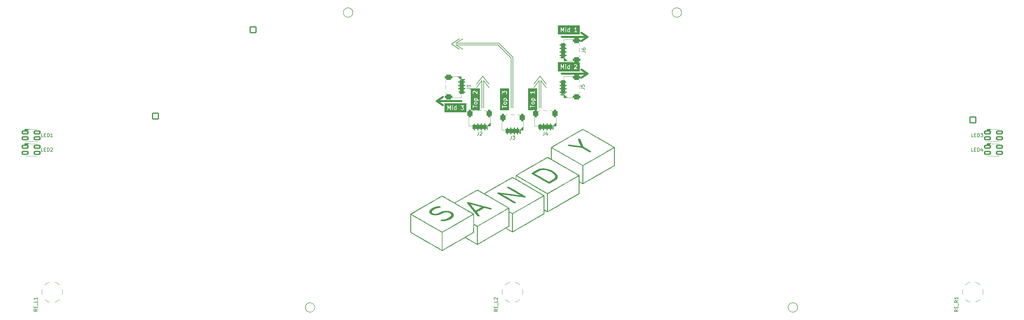
<source format=gto>
G04 #@! TF.GenerationSoftware,KiCad,Pcbnew,7.0.1-0*
G04 #@! TF.CreationDate,2023-04-15T21:11:59+09:00*
G04 #@! TF.ProjectId,Sandy_Base,53616e64-795f-4426-9173-652e6b696361,v.0*
G04 #@! TF.SameCoordinates,Original*
G04 #@! TF.FileFunction,Legend,Top*
G04 #@! TF.FilePolarity,Positive*
%FSLAX46Y46*%
G04 Gerber Fmt 4.6, Leading zero omitted, Abs format (unit mm)*
G04 Created by KiCad (PCBNEW 7.0.1-0) date 2023-04-15 21:11:59*
%MOMM*%
%LPD*%
G01*
G04 APERTURE LIST*
G04 Aperture macros list*
%AMRoundRect*
0 Rectangle with rounded corners*
0 $1 Rounding radius*
0 $2 $3 $4 $5 $6 $7 $8 $9 X,Y pos of 4 corners*
0 Add a 4 corners polygon primitive as box body*
4,1,4,$2,$3,$4,$5,$6,$7,$8,$9,$2,$3,0*
0 Add four circle primitives for the rounded corners*
1,1,$1+$1,$2,$3*
1,1,$1+$1,$4,$5*
1,1,$1+$1,$6,$7*
1,1,$1+$1,$8,$9*
0 Add four rect primitives between the rounded corners*
20,1,$1+$1,$2,$3,$4,$5,0*
20,1,$1+$1,$4,$5,$6,$7,0*
20,1,$1+$1,$6,$7,$8,$9,0*
20,1,$1+$1,$8,$9,$2,$3,0*%
G04 Aperture macros list end*
%ADD10C,0.200000*%
%ADD11C,0.600000*%
%ADD12C,0.150000*%
%ADD13C,0.120000*%
%ADD14C,0.330000*%
%ADD15C,2.150000*%
%ADD16C,3.400000*%
%ADD17C,4.387800*%
%ADD18RoundRect,0.200000X0.800000X0.425000X-0.800000X0.425000X-0.800000X-0.425000X0.800000X-0.425000X0*%
%ADD19C,2.600000*%
%ADD20O,1.900000X3.200000*%
%ADD21O,2.000000X2.300000*%
%ADD22C,2.500000*%
%ADD23O,2.000000X1.700000*%
%ADD24O,2.100000X2.100000*%
%ADD25RoundRect,0.350000X0.625000X-0.150000X0.625000X0.150000X-0.625000X0.150000X-0.625000X-0.150000X0*%
%ADD26RoundRect,0.450000X0.650000X-0.350000X0.650000X0.350000X-0.650000X0.350000X-0.650000X-0.350000X0*%
%ADD27RoundRect,0.350000X0.150000X0.625000X-0.150000X0.625000X-0.150000X-0.625000X0.150000X-0.625000X0*%
%ADD28RoundRect,0.450000X0.350000X0.650000X-0.350000X0.650000X-0.350000X-0.650000X0.350000X-0.650000X0*%
%ADD29O,9.400000X7.900000*%
%ADD30O,9.400000X6.400000*%
%ADD31O,5.600000X2.800000*%
%ADD32C,1.400000*%
%ADD33C,5.200000*%
%ADD34O,7.800000X5.000000*%
%ADD35RoundRect,0.350000X-0.625000X0.150000X-0.625000X-0.150000X0.625000X-0.150000X0.625000X0.150000X0*%
%ADD36RoundRect,0.450000X-0.650000X0.350000X-0.650000X-0.350000X0.650000X-0.350000X0.650000X0.350000X0*%
%ADD37RoundRect,0.200000X-0.850000X-0.850000X0.850000X-0.850000X0.850000X0.850000X-0.850000X0.850000X0*%
%ADD38C,2.400000*%
%ADD39RoundRect,0.200000X0.850000X-0.850000X0.850000X0.850000X-0.850000X0.850000X-0.850000X-0.850000X0*%
%ADD40C,1.050000*%
%ADD41O,1.400000X2.000000*%
%ADD42O,1.400000X2.500000*%
%ADD43C,4.800000*%
G04 APERTURE END LIST*
D10*
X150534935Y-40465405D02*
X148756935Y-42751405D01*
X167425935Y-41735405D02*
X168949935Y-43767405D01*
D11*
X137202965Y-47683092D02*
X144318933Y-47683092D01*
D10*
X142787935Y-31420405D02*
X144819935Y-32690405D01*
X166917935Y-41735405D02*
X166917935Y-49736405D01*
X141517935Y-31166405D02*
X143803935Y-32690405D01*
X150280935Y-41735405D02*
X148756935Y-43767405D01*
D11*
X138988902Y-48873717D02*
X137202965Y-47683092D01*
D10*
X167425935Y-41735405D02*
X167425935Y-49736405D01*
X142787935Y-31420405D02*
X154979935Y-31420405D01*
X167171935Y-40465405D02*
X168949935Y-42751405D01*
X166917935Y-41735405D02*
X165393935Y-43767405D01*
D11*
X179113904Y-30226030D02*
X180899841Y-29035405D01*
X179113904Y-38512780D02*
X180899841Y-39703405D01*
D10*
X150534935Y-40465405D02*
X152312935Y-42751405D01*
X159297935Y-49733805D02*
X159297935Y-34976405D01*
X158789935Y-49733805D02*
X158789935Y-35230405D01*
X142787935Y-30912405D02*
X155233935Y-30912405D01*
X141517935Y-31166405D02*
X143803935Y-29642405D01*
X142787935Y-30912405D02*
X144819935Y-29642405D01*
X150788935Y-41735405D02*
X150788935Y-49736405D01*
X167171935Y-40465405D02*
X165393935Y-42751405D01*
X150788935Y-41735405D02*
X152312935Y-43767405D01*
D11*
X138988902Y-46492467D02*
X137202965Y-47683092D01*
X180899841Y-29035405D02*
X173458435Y-29035405D01*
X179113904Y-27844780D02*
X180899841Y-29035405D01*
D10*
X154979935Y-31420405D02*
X158789935Y-35230405D01*
D11*
X180899841Y-39703405D02*
X173458435Y-39703405D01*
X179113904Y-40894030D02*
X180899841Y-39703405D01*
D10*
X155233935Y-30912405D02*
X159297935Y-34976405D01*
X150280935Y-41735405D02*
X150280935Y-49736405D01*
G36*
X165377554Y-48135731D02*
G01*
X165411748Y-48169924D01*
X165451076Y-48248582D01*
X165451076Y-48372797D01*
X165411748Y-48451453D01*
X165377555Y-48485647D01*
X165298899Y-48524975D01*
X165003255Y-48524975D01*
X164924597Y-48485646D01*
X164890404Y-48451453D01*
X164851076Y-48372797D01*
X164851076Y-48248581D01*
X164890403Y-48169926D01*
X164924598Y-48135731D01*
X165003255Y-48096404D01*
X165298899Y-48096404D01*
X165377554Y-48135731D01*
G37*
G36*
X165377554Y-47050017D02*
G01*
X165411748Y-47084210D01*
X165451076Y-47162868D01*
X165451076Y-47344226D01*
X165432130Y-47382118D01*
X164870022Y-47382118D01*
X164851076Y-47344226D01*
X164851076Y-47162867D01*
X164890403Y-47084212D01*
X164924598Y-47050017D01*
X165003255Y-47010690D01*
X165298899Y-47010690D01*
X165377554Y-47050017D01*
G37*
G36*
X166317363Y-50369262D02*
G01*
X163674505Y-50369262D01*
X163674505Y-49325522D01*
X164247915Y-49325522D01*
X164251076Y-49332444D01*
X164251076Y-49667926D01*
X164263399Y-49709894D01*
X164307781Y-49748351D01*
X164365908Y-49756708D01*
X164419327Y-49732313D01*
X164451076Y-49682910D01*
X164451076Y-49410690D01*
X165565455Y-49410690D01*
X165607423Y-49398367D01*
X165645880Y-49353985D01*
X165654237Y-49295858D01*
X165629842Y-49242439D01*
X165580439Y-49210690D01*
X164451076Y-49210690D01*
X164451076Y-48953454D01*
X164438753Y-48911486D01*
X164394371Y-48873029D01*
X164336244Y-48864672D01*
X164282825Y-48889067D01*
X164251076Y-48938470D01*
X164251076Y-49303536D01*
X164247915Y-49325522D01*
X163674505Y-49325522D01*
X163674505Y-48236163D01*
X164647456Y-48236163D01*
X164651076Y-48244891D01*
X164651076Y-48391020D01*
X164648502Y-48414863D01*
X164657640Y-48433140D01*
X164663399Y-48452751D01*
X164670539Y-48458938D01*
X164713169Y-48544196D01*
X164716746Y-48560637D01*
X164736217Y-48580108D01*
X164754998Y-48600298D01*
X164756891Y-48600782D01*
X164785785Y-48629676D01*
X164794378Y-48644143D01*
X164819012Y-48656460D01*
X164843208Y-48669672D01*
X164845157Y-48669532D01*
X164930106Y-48712007D01*
X164950285Y-48724975D01*
X164970721Y-48724975D01*
X164990836Y-48728595D01*
X164999564Y-48724975D01*
X165317120Y-48724975D01*
X165340963Y-48727549D01*
X165359239Y-48718410D01*
X165378852Y-48712652D01*
X165385039Y-48705510D01*
X165470298Y-48662881D01*
X165486739Y-48659305D01*
X165506210Y-48639833D01*
X165526400Y-48621053D01*
X165526884Y-48619159D01*
X165555778Y-48590265D01*
X165570245Y-48581673D01*
X165582561Y-48557040D01*
X165595774Y-48532843D01*
X165595634Y-48530893D01*
X165638108Y-48445944D01*
X165651076Y-48425767D01*
X165651076Y-48405331D01*
X165654696Y-48385216D01*
X165651076Y-48376488D01*
X165651076Y-48230357D01*
X165653650Y-48206517D01*
X165644511Y-48188239D01*
X165638753Y-48168628D01*
X165631612Y-48162440D01*
X165588983Y-48077180D01*
X165585407Y-48060741D01*
X165565939Y-48041274D01*
X165547156Y-48021081D01*
X165545262Y-48020596D01*
X165516369Y-47991704D01*
X165507776Y-47977236D01*
X165483141Y-47964918D01*
X165458944Y-47951706D01*
X165456994Y-47951845D01*
X165372045Y-47909371D01*
X165351868Y-47896404D01*
X165331432Y-47896404D01*
X165311317Y-47892784D01*
X165302589Y-47896404D01*
X164985033Y-47896404D01*
X164961190Y-47893830D01*
X164942913Y-47902968D01*
X164923301Y-47908727D01*
X164917112Y-47915868D01*
X164831857Y-47958496D01*
X164815415Y-47962073D01*
X164795933Y-47981554D01*
X164775753Y-48000325D01*
X164775268Y-48002218D01*
X164746375Y-48031111D01*
X164731908Y-48039704D01*
X164719591Y-48064336D01*
X164706379Y-48088534D01*
X164706518Y-48090483D01*
X164664043Y-48175434D01*
X164651076Y-48195612D01*
X164651076Y-48216048D01*
X164647456Y-48236163D01*
X163674505Y-48236163D01*
X163674505Y-47150449D01*
X164647456Y-47150449D01*
X164651076Y-47159177D01*
X164651076Y-47362449D01*
X164648502Y-47386292D01*
X164657640Y-47404569D01*
X164663399Y-47424180D01*
X164666575Y-47426932D01*
X164656272Y-47438823D01*
X164647915Y-47496950D01*
X164672310Y-47550369D01*
X164721713Y-47582118D01*
X164795633Y-47582118D01*
X164811893Y-47586276D01*
X164824404Y-47582118D01*
X165492168Y-47582118D01*
X165519755Y-47583091D01*
X165521393Y-47582118D01*
X165965455Y-47582118D01*
X166007423Y-47569795D01*
X166045880Y-47525413D01*
X166054237Y-47467286D01*
X166029842Y-47413867D01*
X165980439Y-47382118D01*
X165651076Y-47382118D01*
X165651076Y-47376760D01*
X165654696Y-47356645D01*
X165651076Y-47347917D01*
X165651076Y-47144643D01*
X165653650Y-47120803D01*
X165644511Y-47102525D01*
X165638753Y-47082914D01*
X165631612Y-47076726D01*
X165588983Y-46991466D01*
X165585407Y-46975027D01*
X165565939Y-46955560D01*
X165547156Y-46935367D01*
X165545262Y-46934882D01*
X165516369Y-46905990D01*
X165507776Y-46891522D01*
X165483141Y-46879204D01*
X165458944Y-46865992D01*
X165456994Y-46866131D01*
X165372045Y-46823657D01*
X165351868Y-46810690D01*
X165331432Y-46810690D01*
X165311317Y-46807070D01*
X165302589Y-46810690D01*
X164985033Y-46810690D01*
X164961190Y-46808116D01*
X164942913Y-46817254D01*
X164923301Y-46823013D01*
X164917112Y-46830154D01*
X164831857Y-46872782D01*
X164815415Y-46876359D01*
X164795933Y-46895840D01*
X164775753Y-46914611D01*
X164775268Y-46916504D01*
X164746375Y-46945397D01*
X164731908Y-46953990D01*
X164719591Y-46978622D01*
X164706379Y-47002820D01*
X164706518Y-47004769D01*
X164664043Y-47089720D01*
X164651076Y-47109898D01*
X164651076Y-47130334D01*
X164647456Y-47150449D01*
X163674505Y-47150449D01*
X163674505Y-45209501D01*
X164247680Y-45209501D01*
X164248044Y-45210335D01*
X164247915Y-45211236D01*
X164259757Y-45237168D01*
X164271174Y-45263321D01*
X164271931Y-45263825D01*
X164272310Y-45264655D01*
X164296324Y-45280087D01*
X164458797Y-45388403D01*
X164554605Y-45484211D01*
X164610922Y-45596844D01*
X164640713Y-45628870D01*
X164697608Y-45643419D01*
X164753335Y-45624898D01*
X164790205Y-45579189D01*
X164796508Y-45520803D01*
X164731841Y-45391469D01*
X164728264Y-45375027D01*
X164708791Y-45355554D01*
X164690013Y-45335366D01*
X164688118Y-45334881D01*
X164649640Y-45296404D01*
X165451076Y-45296404D01*
X165451076Y-45553640D01*
X165463399Y-45595608D01*
X165507781Y-45634065D01*
X165565908Y-45642422D01*
X165619327Y-45618027D01*
X165651076Y-45568624D01*
X165651076Y-45203558D01*
X165654237Y-45181572D01*
X165651076Y-45174650D01*
X165651076Y-44839168D01*
X165638753Y-44797200D01*
X165594371Y-44758743D01*
X165536244Y-44750386D01*
X165482825Y-44774781D01*
X165451076Y-44824184D01*
X165451076Y-45096404D01*
X164366313Y-45096404D01*
X164352827Y-45092197D01*
X164337555Y-45096404D01*
X164336697Y-45096404D01*
X164323690Y-45100223D01*
X164296210Y-45107793D01*
X164295602Y-45108470D01*
X164294729Y-45108727D01*
X164276032Y-45130303D01*
X164257014Y-45151522D01*
X164256869Y-45152419D01*
X164256272Y-45153109D01*
X164252209Y-45181365D01*
X164247680Y-45209501D01*
X163674505Y-45209501D01*
X163674505Y-44023547D01*
X166317363Y-44023547D01*
X166317363Y-50369262D01*
G37*
G36*
X175595935Y-37652493D02*
G01*
X175595935Y-38214601D01*
X175558042Y-38233547D01*
X175376684Y-38233547D01*
X175298027Y-38194219D01*
X175263834Y-38160026D01*
X175224506Y-38081370D01*
X175224506Y-37785725D01*
X175263834Y-37707069D01*
X175298027Y-37672875D01*
X175376684Y-37633547D01*
X175558043Y-37633547D01*
X175595935Y-37652493D01*
G37*
G36*
X178640221Y-39099834D02*
G01*
X172351648Y-39099834D01*
X172351648Y-37149227D01*
X173135755Y-37149227D01*
X173138791Y-37155733D01*
X173138791Y-38347926D01*
X173151114Y-38389894D01*
X173195496Y-38428351D01*
X173253623Y-38436708D01*
X173307042Y-38412313D01*
X173338791Y-38362910D01*
X173338791Y-37584304D01*
X173547832Y-38032249D01*
X173559467Y-38058291D01*
X173572706Y-38066954D01*
X173583168Y-38078828D01*
X173596771Y-38082701D01*
X173608606Y-38090445D01*
X173624428Y-38090575D01*
X173639649Y-38094909D01*
X173653187Y-38090812D01*
X173667330Y-38090929D01*
X173680711Y-38082483D01*
X173695857Y-38077901D01*
X173705031Y-38067135D01*
X173716992Y-38059587D01*
X173723682Y-38045249D01*
X173733948Y-38033204D01*
X173735845Y-38019185D01*
X173938791Y-37584303D01*
X173938791Y-38347926D01*
X173951114Y-38389894D01*
X173995496Y-38428351D01*
X174053623Y-38436708D01*
X174107042Y-38412313D01*
X174138791Y-38362910D01*
X174138791Y-38347926D01*
X174510220Y-38347926D01*
X174522543Y-38389894D01*
X174566925Y-38428351D01*
X174625052Y-38436708D01*
X174678471Y-38412313D01*
X174710220Y-38362910D01*
X174710220Y-37773307D01*
X175020886Y-37773307D01*
X175024506Y-37782035D01*
X175024506Y-38099591D01*
X175021932Y-38123434D01*
X175031070Y-38141710D01*
X175036829Y-38161323D01*
X175043970Y-38167510D01*
X175086599Y-38252769D01*
X175090176Y-38269210D01*
X175109647Y-38288681D01*
X175128428Y-38308871D01*
X175130321Y-38309355D01*
X175159215Y-38338249D01*
X175167808Y-38352716D01*
X175192440Y-38365032D01*
X175216638Y-38378245D01*
X175218587Y-38378105D01*
X175303536Y-38420579D01*
X175323714Y-38433547D01*
X175344150Y-38433547D01*
X175364265Y-38437167D01*
X175372993Y-38433547D01*
X175576267Y-38433547D01*
X175600107Y-38436121D01*
X175618384Y-38426982D01*
X175637996Y-38421224D01*
X175640748Y-38418047D01*
X175652640Y-38428351D01*
X175710767Y-38436708D01*
X175764186Y-38412313D01*
X175795935Y-38362910D01*
X175795935Y-38348379D01*
X176964202Y-38348379D01*
X176968904Y-38358676D01*
X176969712Y-38369969D01*
X176980865Y-38384868D01*
X176988597Y-38401798D01*
X176998120Y-38407918D01*
X177004905Y-38416981D01*
X177022343Y-38423485D01*
X177038000Y-38433547D01*
X177049319Y-38433547D01*
X177059928Y-38437504D01*
X177078116Y-38433547D01*
X177824599Y-38433547D01*
X177866567Y-38421224D01*
X177905024Y-38376842D01*
X177913381Y-38318715D01*
X177888986Y-38265296D01*
X177839583Y-38233547D01*
X177308784Y-38233547D01*
X177819977Y-37722353D01*
X177838660Y-37707312D01*
X177845122Y-37687923D01*
X177854917Y-37669987D01*
X177854243Y-37660562D01*
X177901122Y-37519923D01*
X177910220Y-37505768D01*
X177910220Y-37478213D01*
X177911216Y-37450676D01*
X177910220Y-37448996D01*
X177910220Y-37367504D01*
X177912794Y-37343661D01*
X177903655Y-37325384D01*
X177897897Y-37305772D01*
X177890755Y-37299583D01*
X177848127Y-37214328D01*
X177844551Y-37197886D01*
X177825069Y-37178404D01*
X177806299Y-37158224D01*
X177804405Y-37157739D01*
X177775512Y-37128846D01*
X177766920Y-37114379D01*
X177742287Y-37102062D01*
X177718090Y-37088850D01*
X177716140Y-37088989D01*
X177631189Y-37046514D01*
X177611012Y-37033547D01*
X177590576Y-37033547D01*
X177570461Y-37029927D01*
X177561733Y-37033547D01*
X177301320Y-37033547D01*
X177277477Y-37030973D01*
X177259200Y-37040111D01*
X177239588Y-37045870D01*
X177233399Y-37053011D01*
X177148142Y-37095640D01*
X177131701Y-37099217D01*
X177112226Y-37118691D01*
X177092040Y-37137468D01*
X177091555Y-37139362D01*
X177043628Y-37187290D01*
X177022666Y-37225679D01*
X177026855Y-37284255D01*
X177062048Y-37331267D01*
X177117071Y-37351790D01*
X177174454Y-37339306D01*
X177240884Y-37272875D01*
X177319542Y-37233547D01*
X177558043Y-37233547D01*
X177636697Y-37272874D01*
X177670892Y-37307069D01*
X177710220Y-37385726D01*
X177710220Y-37460177D01*
X177665674Y-37593815D01*
X177014701Y-38244787D01*
X177011016Y-38245870D01*
X176994120Y-38265368D01*
X176986485Y-38273004D01*
X176984748Y-38276185D01*
X176972559Y-38290252D01*
X176970947Y-38301458D01*
X176965523Y-38311393D01*
X176966850Y-38329956D01*
X176964202Y-38348379D01*
X175795935Y-38348379D01*
X175795935Y-38288988D01*
X175800092Y-38272732D01*
X175795935Y-38260224D01*
X175795935Y-37592472D01*
X175796909Y-37564870D01*
X175795935Y-37563230D01*
X175795935Y-37119168D01*
X175783612Y-37077200D01*
X175739230Y-37038743D01*
X175681103Y-37030386D01*
X175627684Y-37054781D01*
X175595935Y-37104184D01*
X175595935Y-37433547D01*
X175590576Y-37433547D01*
X175570461Y-37429927D01*
X175561733Y-37433547D01*
X175358462Y-37433547D01*
X175334619Y-37430973D01*
X175316342Y-37440111D01*
X175296730Y-37445870D01*
X175290541Y-37453011D01*
X175205283Y-37495640D01*
X175188844Y-37499217D01*
X175169372Y-37518688D01*
X175149183Y-37537469D01*
X175148698Y-37539362D01*
X175119806Y-37568254D01*
X175105338Y-37576848D01*
X175093015Y-37601492D01*
X175079809Y-37625679D01*
X175079948Y-37627627D01*
X175037473Y-37712578D01*
X175024506Y-37732756D01*
X175024506Y-37753192D01*
X175020886Y-37773307D01*
X174710220Y-37773307D01*
X174710220Y-37519168D01*
X174697897Y-37477200D01*
X174653515Y-37438743D01*
X174595388Y-37430386D01*
X174541969Y-37454781D01*
X174510220Y-37504184D01*
X174510220Y-38347926D01*
X174138791Y-38347926D01*
X174138791Y-37183255D01*
X174449120Y-37183255D01*
X174453841Y-37204958D01*
X174455426Y-37227112D01*
X174459986Y-37233204D01*
X174461604Y-37240638D01*
X174477305Y-37256339D01*
X174490619Y-37274124D01*
X174497749Y-37276783D01*
X174521460Y-37300494D01*
X174522543Y-37304180D01*
X174536608Y-37316367D01*
X174547762Y-37331267D01*
X174558369Y-37335223D01*
X174566925Y-37342637D01*
X174578131Y-37344248D01*
X174588066Y-37349673D01*
X174595654Y-37349130D01*
X174602785Y-37351790D01*
X174613847Y-37349383D01*
X174625052Y-37350994D01*
X174635351Y-37346290D01*
X174646642Y-37345483D01*
X174652732Y-37340923D01*
X174660168Y-37339306D01*
X174668171Y-37331302D01*
X174678471Y-37326599D01*
X174684592Y-37317073D01*
X174693653Y-37310291D01*
X174696312Y-37303161D01*
X174733016Y-37266457D01*
X174750796Y-37253148D01*
X174758556Y-37232341D01*
X174769203Y-37212844D01*
X174768660Y-37205253D01*
X174771319Y-37198125D01*
X174766597Y-37176421D01*
X174765013Y-37154268D01*
X174760453Y-37148177D01*
X174758836Y-37140742D01*
X174743130Y-37125036D01*
X174729821Y-37107257D01*
X174722691Y-37104597D01*
X174698979Y-37080885D01*
X174697897Y-37077200D01*
X174683829Y-37065010D01*
X174672678Y-37050114D01*
X174662072Y-37046158D01*
X174653515Y-37038743D01*
X174642308Y-37037131D01*
X174632374Y-37031707D01*
X174624783Y-37032249D01*
X174617655Y-37029591D01*
X174606594Y-37031997D01*
X174595388Y-37030386D01*
X174585090Y-37035088D01*
X174573798Y-37035896D01*
X174567705Y-37040456D01*
X174560272Y-37042074D01*
X174552268Y-37050077D01*
X174541969Y-37054781D01*
X174535848Y-37064304D01*
X174526786Y-37071089D01*
X174524126Y-37078219D01*
X174487427Y-37114918D01*
X174469643Y-37128232D01*
X174461880Y-37149044D01*
X174451237Y-37168536D01*
X174451779Y-37176124D01*
X174449120Y-37183255D01*
X174138791Y-37183255D01*
X174138791Y-37141115D01*
X174142071Y-37119563D01*
X174132840Y-37098903D01*
X174126468Y-37077200D01*
X174121044Y-37072500D01*
X174118116Y-37065946D01*
X174099182Y-37053557D01*
X174082086Y-37038743D01*
X174074981Y-37037721D01*
X174068976Y-37033792D01*
X174046352Y-37033605D01*
X174023959Y-37030386D01*
X174017430Y-37033367D01*
X174010252Y-37033308D01*
X173991117Y-37045383D01*
X173970540Y-37054781D01*
X173966659Y-37060819D01*
X173960590Y-37064650D01*
X173951023Y-37085149D01*
X173938791Y-37104184D01*
X173938791Y-37111362D01*
X173638791Y-37754218D01*
X173332608Y-37098112D01*
X173326468Y-37077200D01*
X173309371Y-37062385D01*
X173294414Y-37045409D01*
X173287510Y-37043443D01*
X173282086Y-37038743D01*
X173259693Y-37035523D01*
X173237933Y-37029328D01*
X173231061Y-37031407D01*
X173223959Y-37030386D01*
X173203383Y-37039782D01*
X173181725Y-37046336D01*
X173177069Y-37051799D01*
X173170540Y-37054781D01*
X173158309Y-37073812D01*
X173143634Y-37091033D01*
X173142670Y-37098146D01*
X173138791Y-37104184D01*
X173138791Y-37126803D01*
X173135755Y-37149227D01*
X172351648Y-37149227D01*
X172351648Y-36456976D01*
X178640221Y-36456976D01*
X178640221Y-39099834D01*
G37*
G36*
X157277554Y-48161131D02*
G01*
X157311748Y-48195324D01*
X157351076Y-48273982D01*
X157351076Y-48398197D01*
X157311748Y-48476853D01*
X157277555Y-48511047D01*
X157198899Y-48550375D01*
X156903255Y-48550375D01*
X156824597Y-48511046D01*
X156790404Y-48476853D01*
X156751076Y-48398197D01*
X156751076Y-48273981D01*
X156790403Y-48195326D01*
X156824598Y-48161131D01*
X156903255Y-48121804D01*
X157198899Y-48121804D01*
X157277554Y-48161131D01*
G37*
G36*
X157277554Y-47075417D02*
G01*
X157311748Y-47109610D01*
X157351076Y-47188268D01*
X157351076Y-47369626D01*
X157332130Y-47407518D01*
X156770022Y-47407518D01*
X156751076Y-47369626D01*
X156751076Y-47188267D01*
X156790403Y-47109612D01*
X156824598Y-47075417D01*
X156903255Y-47036090D01*
X157198899Y-47036090D01*
X157277554Y-47075417D01*
G37*
G36*
X158217363Y-50394662D02*
G01*
X155574505Y-50394662D01*
X155574505Y-49350922D01*
X156147915Y-49350922D01*
X156151076Y-49357844D01*
X156151076Y-49693326D01*
X156163399Y-49735294D01*
X156207781Y-49773751D01*
X156265908Y-49782108D01*
X156319327Y-49757713D01*
X156351076Y-49708310D01*
X156351076Y-49436090D01*
X157465455Y-49436090D01*
X157507423Y-49423767D01*
X157545880Y-49379385D01*
X157554237Y-49321258D01*
X157529842Y-49267839D01*
X157480439Y-49236090D01*
X156351076Y-49236090D01*
X156351076Y-48978854D01*
X156338753Y-48936886D01*
X156294371Y-48898429D01*
X156236244Y-48890072D01*
X156182825Y-48914467D01*
X156151076Y-48963870D01*
X156151076Y-49328936D01*
X156147915Y-49350922D01*
X155574505Y-49350922D01*
X155574505Y-48261563D01*
X156547456Y-48261563D01*
X156551076Y-48270291D01*
X156551076Y-48416420D01*
X156548502Y-48440263D01*
X156557640Y-48458540D01*
X156563399Y-48478151D01*
X156570539Y-48484338D01*
X156613169Y-48569596D01*
X156616746Y-48586037D01*
X156636217Y-48605508D01*
X156654998Y-48625698D01*
X156656891Y-48626182D01*
X156685785Y-48655076D01*
X156694378Y-48669543D01*
X156719012Y-48681860D01*
X156743208Y-48695072D01*
X156745157Y-48694932D01*
X156830106Y-48737407D01*
X156850285Y-48750375D01*
X156870721Y-48750375D01*
X156890836Y-48753995D01*
X156899564Y-48750375D01*
X157217120Y-48750375D01*
X157240963Y-48752949D01*
X157259239Y-48743810D01*
X157278852Y-48738052D01*
X157285039Y-48730910D01*
X157370298Y-48688281D01*
X157386739Y-48684705D01*
X157406210Y-48665233D01*
X157426400Y-48646453D01*
X157426884Y-48644559D01*
X157455778Y-48615665D01*
X157470245Y-48607073D01*
X157482561Y-48582440D01*
X157495774Y-48558243D01*
X157495634Y-48556293D01*
X157538108Y-48471344D01*
X157551076Y-48451167D01*
X157551076Y-48430731D01*
X157554696Y-48410616D01*
X157551076Y-48401888D01*
X157551076Y-48255757D01*
X157553650Y-48231917D01*
X157544511Y-48213639D01*
X157538753Y-48194028D01*
X157531612Y-48187840D01*
X157488983Y-48102580D01*
X157485407Y-48086141D01*
X157465939Y-48066674D01*
X157447156Y-48046481D01*
X157445262Y-48045996D01*
X157416369Y-48017104D01*
X157407776Y-48002636D01*
X157383141Y-47990318D01*
X157358944Y-47977106D01*
X157356994Y-47977245D01*
X157272045Y-47934771D01*
X157251868Y-47921804D01*
X157231432Y-47921804D01*
X157211317Y-47918184D01*
X157202589Y-47921804D01*
X156885033Y-47921804D01*
X156861190Y-47919230D01*
X156842913Y-47928368D01*
X156823301Y-47934127D01*
X156817112Y-47941268D01*
X156731857Y-47983896D01*
X156715415Y-47987473D01*
X156695933Y-48006954D01*
X156675753Y-48025725D01*
X156675268Y-48027618D01*
X156646375Y-48056511D01*
X156631908Y-48065104D01*
X156619591Y-48089736D01*
X156606379Y-48113934D01*
X156606518Y-48115883D01*
X156564043Y-48200834D01*
X156551076Y-48221012D01*
X156551076Y-48241448D01*
X156547456Y-48261563D01*
X155574505Y-48261563D01*
X155574505Y-47175849D01*
X156547456Y-47175849D01*
X156551076Y-47184577D01*
X156551076Y-47387849D01*
X156548502Y-47411692D01*
X156557640Y-47429969D01*
X156563399Y-47449580D01*
X156566575Y-47452332D01*
X156556272Y-47464223D01*
X156547915Y-47522350D01*
X156572310Y-47575769D01*
X156621713Y-47607518D01*
X156695633Y-47607518D01*
X156711893Y-47611676D01*
X156724404Y-47607518D01*
X157392168Y-47607518D01*
X157419755Y-47608491D01*
X157421393Y-47607518D01*
X157865455Y-47607518D01*
X157907423Y-47595195D01*
X157945880Y-47550813D01*
X157954237Y-47492686D01*
X157929842Y-47439267D01*
X157880439Y-47407518D01*
X157551076Y-47407518D01*
X157551076Y-47402160D01*
X157554696Y-47382045D01*
X157551076Y-47373317D01*
X157551076Y-47170043D01*
X157553650Y-47146203D01*
X157544511Y-47127925D01*
X157538753Y-47108314D01*
X157531612Y-47102126D01*
X157488983Y-47016866D01*
X157485407Y-47000427D01*
X157465939Y-46980960D01*
X157447156Y-46960767D01*
X157445262Y-46960282D01*
X157416369Y-46931390D01*
X157407776Y-46916922D01*
X157383141Y-46904604D01*
X157358944Y-46891392D01*
X157356994Y-46891531D01*
X157272045Y-46849057D01*
X157251868Y-46836090D01*
X157231432Y-46836090D01*
X157211317Y-46832470D01*
X157202589Y-46836090D01*
X156885033Y-46836090D01*
X156861190Y-46833516D01*
X156842913Y-46842654D01*
X156823301Y-46848413D01*
X156817112Y-46855554D01*
X156731857Y-46898182D01*
X156715415Y-46901759D01*
X156695933Y-46921240D01*
X156675753Y-46940011D01*
X156675268Y-46941904D01*
X156646375Y-46970797D01*
X156631908Y-46979390D01*
X156619591Y-47004022D01*
X156606379Y-47028220D01*
X156606518Y-47030169D01*
X156564043Y-47115120D01*
X156551076Y-47135298D01*
X156551076Y-47155734D01*
X156547456Y-47175849D01*
X155574505Y-47175849D01*
X155574505Y-44878443D01*
X156146855Y-44878443D01*
X156151076Y-44893079D01*
X156151076Y-45636183D01*
X156163399Y-45678151D01*
X156207781Y-45716608D01*
X156265908Y-45724965D01*
X156319327Y-45700570D01*
X156351076Y-45651167D01*
X156351076Y-45099323D01*
X156620467Y-45335041D01*
X156620542Y-45335294D01*
X156642658Y-45354458D01*
X156653190Y-45363673D01*
X156653411Y-45363775D01*
X156664924Y-45373751D01*
X156679513Y-45375848D01*
X156692889Y-45382035D01*
X156707974Y-45379940D01*
X156723051Y-45382108D01*
X156736456Y-45375985D01*
X156751056Y-45373959D01*
X156762615Y-45364039D01*
X156776470Y-45357713D01*
X156784437Y-45345314D01*
X156795623Y-45335717D01*
X156799985Y-45321122D01*
X156808219Y-45308310D01*
X156808219Y-45293574D01*
X156812440Y-45279451D01*
X156808219Y-45264815D01*
X156808219Y-45131125D01*
X156847547Y-45052469D01*
X156881740Y-45018275D01*
X156960398Y-44978947D01*
X157198899Y-44978947D01*
X157277555Y-45018275D01*
X157311748Y-45052468D01*
X157351076Y-45131125D01*
X157351076Y-45426768D01*
X157311748Y-45505425D01*
X157255913Y-45561261D01*
X157234951Y-45599650D01*
X157239140Y-45658226D01*
X157274333Y-45705238D01*
X157329356Y-45725761D01*
X157386739Y-45713277D01*
X157455777Y-45644238D01*
X157470246Y-45635645D01*
X157482570Y-45610995D01*
X157495774Y-45586815D01*
X157495634Y-45584866D01*
X157538109Y-45499914D01*
X157551076Y-45479738D01*
X157551076Y-45459302D01*
X157554696Y-45439186D01*
X157551076Y-45430458D01*
X157551076Y-45112903D01*
X157553650Y-45089060D01*
X157544511Y-45070783D01*
X157538753Y-45051171D01*
X157531611Y-45044983D01*
X157488983Y-44959726D01*
X157485407Y-44943285D01*
X157465927Y-44923805D01*
X157447156Y-44903625D01*
X157445262Y-44903140D01*
X157416369Y-44874247D01*
X157407776Y-44859779D01*
X157383131Y-44847456D01*
X157358945Y-44834250D01*
X157356996Y-44834389D01*
X157272045Y-44791914D01*
X157251868Y-44778947D01*
X157231432Y-44778947D01*
X157211317Y-44775327D01*
X157202589Y-44778947D01*
X156942176Y-44778947D01*
X156918333Y-44776373D01*
X156900056Y-44785511D01*
X156880444Y-44791270D01*
X156874255Y-44798411D01*
X156788998Y-44841040D01*
X156772557Y-44844617D01*
X156753082Y-44864091D01*
X156732896Y-44882868D01*
X156732411Y-44884762D01*
X156703519Y-44913654D01*
X156689051Y-44922248D01*
X156676726Y-44946896D01*
X156663522Y-44971079D01*
X156663661Y-44973027D01*
X156621184Y-45057979D01*
X156616274Y-45065619D01*
X156338827Y-44822852D01*
X156338753Y-44822600D01*
X156316636Y-44803435D01*
X156306105Y-44794221D01*
X156305883Y-44794118D01*
X156294371Y-44784143D01*
X156279781Y-44782045D01*
X156266406Y-44775859D01*
X156251320Y-44777953D01*
X156236244Y-44775786D01*
X156222838Y-44781908D01*
X156208239Y-44783935D01*
X156196679Y-44793854D01*
X156182825Y-44800181D01*
X156174857Y-44812579D01*
X156163672Y-44822177D01*
X156159309Y-44836771D01*
X156151076Y-44849584D01*
X156151076Y-44864320D01*
X156146855Y-44878443D01*
X155574505Y-44878443D01*
X155574505Y-44048947D01*
X158217363Y-44048947D01*
X158217363Y-50394662D01*
G37*
G36*
X148777554Y-48135731D02*
G01*
X148811748Y-48169924D01*
X148851076Y-48248582D01*
X148851076Y-48372797D01*
X148811748Y-48451453D01*
X148777555Y-48485647D01*
X148698899Y-48524975D01*
X148403255Y-48524975D01*
X148324597Y-48485646D01*
X148290404Y-48451453D01*
X148251076Y-48372797D01*
X148251076Y-48248581D01*
X148290403Y-48169926D01*
X148324598Y-48135731D01*
X148403255Y-48096404D01*
X148698899Y-48096404D01*
X148777554Y-48135731D01*
G37*
G36*
X148777554Y-47050017D02*
G01*
X148811748Y-47084210D01*
X148851076Y-47162868D01*
X148851076Y-47344226D01*
X148832130Y-47382118D01*
X148270022Y-47382118D01*
X148251076Y-47344226D01*
X148251076Y-47162867D01*
X148290403Y-47084212D01*
X148324598Y-47050017D01*
X148403255Y-47010690D01*
X148698899Y-47010690D01*
X148777554Y-47050017D01*
G37*
G36*
X149717363Y-50369262D02*
G01*
X147074505Y-50369262D01*
X147074505Y-49325522D01*
X147647915Y-49325522D01*
X147651076Y-49332444D01*
X147651076Y-49667926D01*
X147663399Y-49709894D01*
X147707781Y-49748351D01*
X147765908Y-49756708D01*
X147819327Y-49732313D01*
X147851076Y-49682910D01*
X147851076Y-49410690D01*
X148965455Y-49410690D01*
X149007423Y-49398367D01*
X149045880Y-49353985D01*
X149054237Y-49295858D01*
X149029842Y-49242439D01*
X148980439Y-49210690D01*
X147851076Y-49210690D01*
X147851076Y-48953454D01*
X147838753Y-48911486D01*
X147794371Y-48873029D01*
X147736244Y-48864672D01*
X147682825Y-48889067D01*
X147651076Y-48938470D01*
X147651076Y-49303536D01*
X147647915Y-49325522D01*
X147074505Y-49325522D01*
X147074505Y-48236163D01*
X148047456Y-48236163D01*
X148051076Y-48244891D01*
X148051076Y-48391020D01*
X148048502Y-48414863D01*
X148057640Y-48433140D01*
X148063399Y-48452751D01*
X148070539Y-48458938D01*
X148113169Y-48544196D01*
X148116746Y-48560637D01*
X148136217Y-48580108D01*
X148154998Y-48600298D01*
X148156891Y-48600782D01*
X148185785Y-48629676D01*
X148194378Y-48644143D01*
X148219012Y-48656460D01*
X148243208Y-48669672D01*
X148245157Y-48669532D01*
X148330106Y-48712007D01*
X148350285Y-48724975D01*
X148370721Y-48724975D01*
X148390836Y-48728595D01*
X148399564Y-48724975D01*
X148717120Y-48724975D01*
X148740963Y-48727549D01*
X148759239Y-48718410D01*
X148778852Y-48712652D01*
X148785039Y-48705510D01*
X148870298Y-48662881D01*
X148886739Y-48659305D01*
X148906210Y-48639833D01*
X148926400Y-48621053D01*
X148926884Y-48619159D01*
X148955778Y-48590265D01*
X148970245Y-48581673D01*
X148982561Y-48557040D01*
X148995774Y-48532843D01*
X148995634Y-48530893D01*
X149038108Y-48445944D01*
X149051076Y-48425767D01*
X149051076Y-48405331D01*
X149054696Y-48385216D01*
X149051076Y-48376488D01*
X149051076Y-48230357D01*
X149053650Y-48206517D01*
X149044511Y-48188239D01*
X149038753Y-48168628D01*
X149031612Y-48162440D01*
X148988983Y-48077180D01*
X148985407Y-48060741D01*
X148965939Y-48041274D01*
X148947156Y-48021081D01*
X148945262Y-48020596D01*
X148916369Y-47991704D01*
X148907776Y-47977236D01*
X148883141Y-47964918D01*
X148858944Y-47951706D01*
X148856994Y-47951845D01*
X148772045Y-47909371D01*
X148751868Y-47896404D01*
X148731432Y-47896404D01*
X148711317Y-47892784D01*
X148702589Y-47896404D01*
X148385033Y-47896404D01*
X148361190Y-47893830D01*
X148342913Y-47902968D01*
X148323301Y-47908727D01*
X148317112Y-47915868D01*
X148231857Y-47958496D01*
X148215415Y-47962073D01*
X148195933Y-47981554D01*
X148175753Y-48000325D01*
X148175268Y-48002218D01*
X148146375Y-48031111D01*
X148131908Y-48039704D01*
X148119591Y-48064336D01*
X148106379Y-48088534D01*
X148106518Y-48090483D01*
X148064043Y-48175434D01*
X148051076Y-48195612D01*
X148051076Y-48216048D01*
X148047456Y-48236163D01*
X147074505Y-48236163D01*
X147074505Y-47150449D01*
X148047456Y-47150449D01*
X148051076Y-47159177D01*
X148051076Y-47362449D01*
X148048502Y-47386292D01*
X148057640Y-47404569D01*
X148063399Y-47424180D01*
X148066575Y-47426932D01*
X148056272Y-47438823D01*
X148047915Y-47496950D01*
X148072310Y-47550369D01*
X148121713Y-47582118D01*
X148195633Y-47582118D01*
X148211893Y-47586276D01*
X148224404Y-47582118D01*
X148892168Y-47582118D01*
X148919755Y-47583091D01*
X148921393Y-47582118D01*
X149365455Y-47582118D01*
X149407423Y-47569795D01*
X149445880Y-47525413D01*
X149454237Y-47467286D01*
X149429842Y-47413867D01*
X149380439Y-47382118D01*
X149051076Y-47382118D01*
X149051076Y-47376760D01*
X149054696Y-47356645D01*
X149051076Y-47347917D01*
X149051076Y-47144643D01*
X149053650Y-47120803D01*
X149044511Y-47102525D01*
X149038753Y-47082914D01*
X149031612Y-47076726D01*
X148988983Y-46991466D01*
X148985407Y-46975027D01*
X148965939Y-46955560D01*
X148947156Y-46935367D01*
X148945262Y-46934882D01*
X148916369Y-46905990D01*
X148907776Y-46891522D01*
X148883141Y-46879204D01*
X148858944Y-46865992D01*
X148856994Y-46866131D01*
X148772045Y-46823657D01*
X148751868Y-46810690D01*
X148731432Y-46810690D01*
X148711317Y-46807070D01*
X148702589Y-46810690D01*
X148385033Y-46810690D01*
X148361190Y-46808116D01*
X148342913Y-46817254D01*
X148323301Y-46823013D01*
X148317112Y-46830154D01*
X148231857Y-46872782D01*
X148215415Y-46876359D01*
X148195933Y-46895840D01*
X148175753Y-46914611D01*
X148175268Y-46916504D01*
X148146375Y-46945397D01*
X148131908Y-46953990D01*
X148119591Y-46978622D01*
X148106379Y-47002820D01*
X148106518Y-47004769D01*
X148064043Y-47089720D01*
X148051076Y-47109898D01*
X148051076Y-47130334D01*
X148047456Y-47150449D01*
X147074505Y-47150449D01*
X147074505Y-45093306D01*
X147647456Y-45093306D01*
X147651076Y-45102034D01*
X147651076Y-45362449D01*
X147648502Y-45386292D01*
X147657640Y-45404569D01*
X147663399Y-45424180D01*
X147670539Y-45430367D01*
X147713169Y-45515625D01*
X147716746Y-45532066D01*
X147736217Y-45551537D01*
X147754998Y-45571727D01*
X147756891Y-45572211D01*
X147804819Y-45620139D01*
X147843208Y-45641101D01*
X147901784Y-45636911D01*
X147948795Y-45601719D01*
X147969318Y-45546696D01*
X147956835Y-45489313D01*
X147890404Y-45422882D01*
X147851076Y-45344226D01*
X147851076Y-45105725D01*
X147890404Y-45027069D01*
X147924597Y-44992875D01*
X148003255Y-44953547D01*
X148077706Y-44953547D01*
X148211344Y-44998093D01*
X148862316Y-45649065D01*
X148863399Y-45652751D01*
X148882897Y-45669646D01*
X148890533Y-45677282D01*
X148893714Y-45679018D01*
X148907781Y-45691208D01*
X148918987Y-45692819D01*
X148928922Y-45698244D01*
X148947485Y-45696916D01*
X148965908Y-45699565D01*
X148976205Y-45694862D01*
X148987498Y-45694055D01*
X149002397Y-45682901D01*
X149019327Y-45675170D01*
X149025447Y-45665646D01*
X149034510Y-45658862D01*
X149041014Y-45641423D01*
X149051076Y-45625767D01*
X149051076Y-45614448D01*
X149055033Y-45603839D01*
X149051076Y-45585651D01*
X149051076Y-44839168D01*
X149038753Y-44797200D01*
X148994371Y-44758743D01*
X148936244Y-44750386D01*
X148882825Y-44774781D01*
X148851076Y-44824184D01*
X148851076Y-45354983D01*
X148339882Y-44843789D01*
X148324841Y-44825107D01*
X148305452Y-44818644D01*
X148287516Y-44808850D01*
X148278091Y-44809523D01*
X148137452Y-44762644D01*
X148123297Y-44753547D01*
X148095742Y-44753547D01*
X148068205Y-44752551D01*
X148066525Y-44753547D01*
X147985033Y-44753547D01*
X147961190Y-44750973D01*
X147942913Y-44760111D01*
X147923301Y-44765870D01*
X147917112Y-44773011D01*
X147831855Y-44815640D01*
X147815414Y-44819217D01*
X147795939Y-44838691D01*
X147775753Y-44857468D01*
X147775268Y-44859362D01*
X147746376Y-44888254D01*
X147731908Y-44896848D01*
X147719583Y-44921496D01*
X147706379Y-44945679D01*
X147706518Y-44947627D01*
X147664041Y-45032579D01*
X147651076Y-45052755D01*
X147651076Y-45073190D01*
X147647456Y-45093306D01*
X147074505Y-45093306D01*
X147074505Y-44023547D01*
X149717363Y-44023547D01*
X149717363Y-50369262D01*
G37*
G36*
X142748933Y-49539555D02*
G01*
X142748933Y-50101663D01*
X142711040Y-50120609D01*
X142529682Y-50120609D01*
X142451025Y-50081281D01*
X142416832Y-50047088D01*
X142377504Y-49968432D01*
X142377504Y-49672787D01*
X142416832Y-49594131D01*
X142451025Y-49559937D01*
X142529682Y-49520609D01*
X142711041Y-49520609D01*
X142748933Y-49539555D01*
G37*
G36*
X145793219Y-50986896D02*
G01*
X139504646Y-50986896D01*
X139504646Y-49036289D01*
X140288753Y-49036289D01*
X140291789Y-49042795D01*
X140291789Y-50234988D01*
X140304112Y-50276956D01*
X140348494Y-50315413D01*
X140406621Y-50323770D01*
X140460040Y-50299375D01*
X140491789Y-50249972D01*
X140491789Y-49471366D01*
X140700830Y-49919311D01*
X140712465Y-49945353D01*
X140725704Y-49954016D01*
X140736166Y-49965890D01*
X140749769Y-49969763D01*
X140761604Y-49977507D01*
X140777426Y-49977637D01*
X140792647Y-49981971D01*
X140806185Y-49977874D01*
X140820328Y-49977991D01*
X140833709Y-49969545D01*
X140848855Y-49964963D01*
X140858029Y-49954197D01*
X140869990Y-49946649D01*
X140876680Y-49932311D01*
X140886946Y-49920266D01*
X140888843Y-49906247D01*
X141091789Y-49471365D01*
X141091789Y-50234988D01*
X141104112Y-50276956D01*
X141148494Y-50315413D01*
X141206621Y-50323770D01*
X141260040Y-50299375D01*
X141291789Y-50249972D01*
X141291789Y-50234988D01*
X141663218Y-50234988D01*
X141675541Y-50276956D01*
X141719923Y-50315413D01*
X141778050Y-50323770D01*
X141831469Y-50299375D01*
X141863218Y-50249972D01*
X141863218Y-49660369D01*
X142173884Y-49660369D01*
X142177504Y-49669097D01*
X142177504Y-49986653D01*
X142174930Y-50010496D01*
X142184068Y-50028772D01*
X142189827Y-50048385D01*
X142196968Y-50054572D01*
X142239597Y-50139831D01*
X142243174Y-50156272D01*
X142262645Y-50175743D01*
X142281426Y-50195933D01*
X142283319Y-50196417D01*
X142312213Y-50225311D01*
X142320806Y-50239778D01*
X142345438Y-50252094D01*
X142369636Y-50265307D01*
X142371585Y-50265167D01*
X142456534Y-50307641D01*
X142476712Y-50320609D01*
X142497148Y-50320609D01*
X142517263Y-50324229D01*
X142525991Y-50320609D01*
X142729265Y-50320609D01*
X142753105Y-50323183D01*
X142771382Y-50314044D01*
X142790994Y-50308286D01*
X142793746Y-50305109D01*
X142805638Y-50315413D01*
X142863765Y-50323770D01*
X142917184Y-50299375D01*
X142948933Y-50249972D01*
X142948933Y-50176050D01*
X142953090Y-50159794D01*
X142948933Y-50147286D01*
X142948933Y-50098889D01*
X144116404Y-50098889D01*
X144128888Y-50156272D01*
X144197926Y-50225310D01*
X144206520Y-50239779D01*
X144231169Y-50252103D01*
X144255350Y-50265307D01*
X144257298Y-50265167D01*
X144342250Y-50307642D01*
X144362427Y-50320609D01*
X144382863Y-50320609D01*
X144402979Y-50324229D01*
X144411707Y-50320609D01*
X144729265Y-50320609D01*
X144753105Y-50323183D01*
X144771382Y-50314044D01*
X144790994Y-50308286D01*
X144797181Y-50301145D01*
X144882440Y-50258516D01*
X144898882Y-50254940D01*
X144918358Y-50235462D01*
X144938541Y-50216689D01*
X144939025Y-50214796D01*
X144967920Y-50185899D01*
X144982386Y-50177308D01*
X144994698Y-50152683D01*
X145007916Y-50128477D01*
X145007776Y-50126526D01*
X145050250Y-50041579D01*
X145063218Y-50021401D01*
X145063218Y-50000965D01*
X145066838Y-49980850D01*
X145063218Y-49972122D01*
X145063218Y-49711709D01*
X145065792Y-49687866D01*
X145056653Y-49669589D01*
X145050895Y-49649977D01*
X145043753Y-49643788D01*
X145001125Y-49558533D01*
X144997549Y-49542091D01*
X144978067Y-49522609D01*
X144959297Y-49502429D01*
X144957403Y-49501944D01*
X144928510Y-49473051D01*
X144919918Y-49458584D01*
X144895285Y-49446267D01*
X144871088Y-49433055D01*
X144869138Y-49433194D01*
X144784187Y-49390719D01*
X144776545Y-49385807D01*
X145019312Y-49108360D01*
X145019565Y-49108286D01*
X145038729Y-49086169D01*
X145047944Y-49075638D01*
X145048046Y-49075416D01*
X145058022Y-49063904D01*
X145060119Y-49049314D01*
X145066306Y-49035939D01*
X145064211Y-49020853D01*
X145066379Y-49005777D01*
X145060256Y-48992371D01*
X145058230Y-48977772D01*
X145048310Y-48966212D01*
X145041984Y-48952358D01*
X145029585Y-48944390D01*
X145019988Y-48933205D01*
X145005393Y-48928842D01*
X144992581Y-48920609D01*
X144977845Y-48920609D01*
X144963722Y-48916388D01*
X144949086Y-48920609D01*
X144205982Y-48920609D01*
X144164014Y-48932932D01*
X144125557Y-48977314D01*
X144117200Y-49035441D01*
X144141595Y-49088860D01*
X144190998Y-49120609D01*
X144742842Y-49120609D01*
X144507123Y-49390000D01*
X144506871Y-49390075D01*
X144487706Y-49412191D01*
X144478492Y-49422723D01*
X144478389Y-49422944D01*
X144468414Y-49434457D01*
X144466316Y-49449046D01*
X144460130Y-49462422D01*
X144462224Y-49477507D01*
X144460057Y-49492584D01*
X144466179Y-49505989D01*
X144468206Y-49520589D01*
X144478125Y-49532148D01*
X144484452Y-49546003D01*
X144496850Y-49553970D01*
X144506448Y-49565156D01*
X144521042Y-49569518D01*
X144533855Y-49577752D01*
X144548591Y-49577752D01*
X144562714Y-49581973D01*
X144577350Y-49577752D01*
X144711041Y-49577752D01*
X144789695Y-49617079D01*
X144823890Y-49651274D01*
X144863218Y-49729931D01*
X144863218Y-49968431D01*
X144823889Y-50047088D01*
X144789697Y-50081281D01*
X144711040Y-50120609D01*
X144415397Y-50120609D01*
X144336739Y-50081281D01*
X144280904Y-50025446D01*
X144242515Y-50004484D01*
X144183939Y-50008673D01*
X144136927Y-50043866D01*
X144116404Y-50098889D01*
X142948933Y-50098889D01*
X142948933Y-49479534D01*
X142949907Y-49451932D01*
X142948933Y-49450292D01*
X142948933Y-49006230D01*
X142936610Y-48964262D01*
X142892228Y-48925805D01*
X142834101Y-48917448D01*
X142780682Y-48941843D01*
X142748933Y-48991246D01*
X142748933Y-49320609D01*
X142743574Y-49320609D01*
X142723459Y-49316989D01*
X142714731Y-49320609D01*
X142511460Y-49320609D01*
X142487617Y-49318035D01*
X142469340Y-49327173D01*
X142449728Y-49332932D01*
X142443539Y-49340073D01*
X142358281Y-49382702D01*
X142341842Y-49386279D01*
X142322370Y-49405750D01*
X142302181Y-49424531D01*
X142301696Y-49426424D01*
X142272804Y-49455316D01*
X142258336Y-49463910D01*
X142246013Y-49488554D01*
X142232807Y-49512741D01*
X142232946Y-49514689D01*
X142190471Y-49599640D01*
X142177504Y-49619818D01*
X142177504Y-49640254D01*
X142173884Y-49660369D01*
X141863218Y-49660369D01*
X141863218Y-49406230D01*
X141850895Y-49364262D01*
X141806513Y-49325805D01*
X141748386Y-49317448D01*
X141694967Y-49341843D01*
X141663218Y-49391246D01*
X141663218Y-50234988D01*
X141291789Y-50234988D01*
X141291789Y-49070317D01*
X141602118Y-49070317D01*
X141606839Y-49092020D01*
X141608424Y-49114174D01*
X141612984Y-49120266D01*
X141614602Y-49127700D01*
X141630303Y-49143401D01*
X141643617Y-49161186D01*
X141650747Y-49163845D01*
X141674458Y-49187556D01*
X141675541Y-49191242D01*
X141689606Y-49203429D01*
X141700760Y-49218329D01*
X141711367Y-49222285D01*
X141719923Y-49229699D01*
X141731129Y-49231310D01*
X141741064Y-49236735D01*
X141748652Y-49236192D01*
X141755783Y-49238852D01*
X141766845Y-49236445D01*
X141778050Y-49238056D01*
X141788349Y-49233352D01*
X141799640Y-49232545D01*
X141805730Y-49227985D01*
X141813166Y-49226368D01*
X141821169Y-49218364D01*
X141831469Y-49213661D01*
X141837590Y-49204135D01*
X141846651Y-49197353D01*
X141849310Y-49190223D01*
X141886014Y-49153519D01*
X141903794Y-49140210D01*
X141911554Y-49119403D01*
X141922201Y-49099906D01*
X141921658Y-49092315D01*
X141924317Y-49085187D01*
X141919595Y-49063483D01*
X141918011Y-49041330D01*
X141913451Y-49035239D01*
X141911834Y-49027804D01*
X141896128Y-49012098D01*
X141882819Y-48994319D01*
X141875689Y-48991659D01*
X141851977Y-48967947D01*
X141850895Y-48964262D01*
X141836827Y-48952072D01*
X141825676Y-48937176D01*
X141815070Y-48933220D01*
X141806513Y-48925805D01*
X141795306Y-48924193D01*
X141785372Y-48918769D01*
X141777781Y-48919311D01*
X141770653Y-48916653D01*
X141759592Y-48919059D01*
X141748386Y-48917448D01*
X141738088Y-48922150D01*
X141726796Y-48922958D01*
X141720703Y-48927518D01*
X141713270Y-48929136D01*
X141705266Y-48937139D01*
X141694967Y-48941843D01*
X141688846Y-48951366D01*
X141679784Y-48958151D01*
X141677124Y-48965281D01*
X141640425Y-49001980D01*
X141622641Y-49015294D01*
X141614878Y-49036106D01*
X141604235Y-49055598D01*
X141604777Y-49063186D01*
X141602118Y-49070317D01*
X141291789Y-49070317D01*
X141291789Y-49028177D01*
X141295069Y-49006625D01*
X141285838Y-48985965D01*
X141279466Y-48964262D01*
X141274042Y-48959562D01*
X141271114Y-48953008D01*
X141252180Y-48940619D01*
X141235084Y-48925805D01*
X141227979Y-48924783D01*
X141221974Y-48920854D01*
X141199350Y-48920667D01*
X141176957Y-48917448D01*
X141170428Y-48920429D01*
X141163250Y-48920370D01*
X141144115Y-48932445D01*
X141123538Y-48941843D01*
X141119657Y-48947881D01*
X141113588Y-48951712D01*
X141104021Y-48972211D01*
X141091789Y-48991246D01*
X141091789Y-48998424D01*
X140791789Y-49641280D01*
X140485606Y-48985174D01*
X140479466Y-48964262D01*
X140462369Y-48949447D01*
X140447412Y-48932471D01*
X140440508Y-48930505D01*
X140435084Y-48925805D01*
X140412691Y-48922585D01*
X140390931Y-48916390D01*
X140384059Y-48918469D01*
X140376957Y-48917448D01*
X140356381Y-48926844D01*
X140334723Y-48933398D01*
X140330067Y-48938861D01*
X140323538Y-48941843D01*
X140311307Y-48960874D01*
X140296632Y-48978095D01*
X140295668Y-48985208D01*
X140291789Y-48991246D01*
X140291789Y-49013865D01*
X140288753Y-49036289D01*
X139504646Y-49036289D01*
X139504646Y-48344038D01*
X145793219Y-48344038D01*
X145793219Y-50986896D01*
G37*
G36*
X175595935Y-26952493D02*
G01*
X175595935Y-27514601D01*
X175558042Y-27533547D01*
X175376684Y-27533547D01*
X175298027Y-27494219D01*
X175263834Y-27460026D01*
X175224506Y-27381370D01*
X175224506Y-27085725D01*
X175263834Y-27007069D01*
X175298027Y-26972875D01*
X175376684Y-26933547D01*
X175558043Y-26933547D01*
X175595935Y-26952493D01*
G37*
G36*
X178640221Y-28399834D02*
G01*
X172351648Y-28399834D01*
X172351648Y-26449227D01*
X173135755Y-26449227D01*
X173138791Y-26455733D01*
X173138791Y-27647926D01*
X173151114Y-27689894D01*
X173195496Y-27728351D01*
X173253623Y-27736708D01*
X173307042Y-27712313D01*
X173338791Y-27662910D01*
X173338791Y-26884304D01*
X173547832Y-27332249D01*
X173559467Y-27358291D01*
X173572706Y-27366954D01*
X173583168Y-27378828D01*
X173596771Y-27382701D01*
X173608606Y-27390445D01*
X173624428Y-27390575D01*
X173639649Y-27394909D01*
X173653187Y-27390812D01*
X173667330Y-27390929D01*
X173680711Y-27382483D01*
X173695857Y-27377901D01*
X173705031Y-27367135D01*
X173716992Y-27359587D01*
X173723682Y-27345249D01*
X173733948Y-27333204D01*
X173735845Y-27319185D01*
X173938791Y-26884303D01*
X173938791Y-27647926D01*
X173951114Y-27689894D01*
X173995496Y-27728351D01*
X174053623Y-27736708D01*
X174107042Y-27712313D01*
X174138791Y-27662910D01*
X174138791Y-27647926D01*
X174510220Y-27647926D01*
X174522543Y-27689894D01*
X174566925Y-27728351D01*
X174625052Y-27736708D01*
X174678471Y-27712313D01*
X174710220Y-27662910D01*
X174710220Y-27073307D01*
X175020886Y-27073307D01*
X175024506Y-27082035D01*
X175024506Y-27399591D01*
X175021932Y-27423434D01*
X175031070Y-27441710D01*
X175036829Y-27461323D01*
X175043970Y-27467510D01*
X175086599Y-27552769D01*
X175090176Y-27569210D01*
X175109647Y-27588681D01*
X175128428Y-27608871D01*
X175130321Y-27609355D01*
X175159215Y-27638249D01*
X175167808Y-27652716D01*
X175192440Y-27665032D01*
X175216638Y-27678245D01*
X175218587Y-27678105D01*
X175303536Y-27720579D01*
X175323714Y-27733547D01*
X175344150Y-27733547D01*
X175364265Y-27737167D01*
X175372993Y-27733547D01*
X175576267Y-27733547D01*
X175600107Y-27736121D01*
X175618384Y-27726982D01*
X175637996Y-27721224D01*
X175640748Y-27718047D01*
X175652640Y-27728351D01*
X175710767Y-27736708D01*
X175764186Y-27712313D01*
X175795935Y-27662910D01*
X175795935Y-27588988D01*
X175800092Y-27572732D01*
X175795935Y-27560224D01*
X175795935Y-26892472D01*
X175796909Y-26864870D01*
X175795935Y-26863230D01*
X175795935Y-26780078D01*
X177020349Y-26780078D01*
X177038869Y-26835806D01*
X177084578Y-26872676D01*
X177142964Y-26878979D01*
X177272299Y-26814311D01*
X177288740Y-26810735D01*
X177308209Y-26791265D01*
X177328401Y-26772483D01*
X177328885Y-26770589D01*
X177367363Y-26732111D01*
X177367363Y-27533547D01*
X177110127Y-27533547D01*
X177068159Y-27545870D01*
X177029702Y-27590252D01*
X177021345Y-27648379D01*
X177045740Y-27701798D01*
X177095143Y-27733547D01*
X177460209Y-27733547D01*
X177482195Y-27736708D01*
X177489117Y-27733547D01*
X177824599Y-27733547D01*
X177866567Y-27721224D01*
X177905024Y-27676842D01*
X177913381Y-27618715D01*
X177888986Y-27565296D01*
X177839583Y-27533547D01*
X177567363Y-27533547D01*
X177567363Y-26448784D01*
X177571570Y-26435298D01*
X177567363Y-26420026D01*
X177567363Y-26419168D01*
X177563543Y-26406161D01*
X177555974Y-26378681D01*
X177555296Y-26378073D01*
X177555040Y-26377200D01*
X177533463Y-26358503D01*
X177512245Y-26339485D01*
X177511347Y-26339340D01*
X177510658Y-26338743D01*
X177482401Y-26334680D01*
X177454266Y-26330151D01*
X177453431Y-26330515D01*
X177452531Y-26330386D01*
X177426572Y-26342240D01*
X177400446Y-26353646D01*
X177399942Y-26354401D01*
X177399112Y-26354781D01*
X177383663Y-26378819D01*
X177275363Y-26541268D01*
X177179555Y-26637077D01*
X177066924Y-26693393D01*
X177034897Y-26723183D01*
X177020349Y-26780078D01*
X175795935Y-26780078D01*
X175795935Y-26419168D01*
X175783612Y-26377200D01*
X175739230Y-26338743D01*
X175681103Y-26330386D01*
X175627684Y-26354781D01*
X175595935Y-26404184D01*
X175595935Y-26733547D01*
X175590576Y-26733547D01*
X175570461Y-26729927D01*
X175561733Y-26733547D01*
X175358462Y-26733547D01*
X175334619Y-26730973D01*
X175316342Y-26740111D01*
X175296730Y-26745870D01*
X175290541Y-26753011D01*
X175205283Y-26795640D01*
X175188844Y-26799217D01*
X175169372Y-26818688D01*
X175149183Y-26837469D01*
X175148698Y-26839362D01*
X175119806Y-26868254D01*
X175105338Y-26876848D01*
X175093015Y-26901492D01*
X175079809Y-26925679D01*
X175079948Y-26927627D01*
X175037473Y-27012578D01*
X175024506Y-27032756D01*
X175024506Y-27053192D01*
X175020886Y-27073307D01*
X174710220Y-27073307D01*
X174710220Y-26819168D01*
X174697897Y-26777200D01*
X174653515Y-26738743D01*
X174595388Y-26730386D01*
X174541969Y-26754781D01*
X174510220Y-26804184D01*
X174510220Y-27647926D01*
X174138791Y-27647926D01*
X174138791Y-26483255D01*
X174449120Y-26483255D01*
X174453841Y-26504958D01*
X174455426Y-26527112D01*
X174459986Y-26533204D01*
X174461604Y-26540638D01*
X174477305Y-26556339D01*
X174490619Y-26574124D01*
X174497749Y-26576783D01*
X174521460Y-26600494D01*
X174522543Y-26604180D01*
X174536608Y-26616367D01*
X174547762Y-26631267D01*
X174558369Y-26635223D01*
X174566925Y-26642637D01*
X174578131Y-26644248D01*
X174588066Y-26649673D01*
X174595654Y-26649130D01*
X174602785Y-26651790D01*
X174613847Y-26649383D01*
X174625052Y-26650994D01*
X174635351Y-26646290D01*
X174646642Y-26645483D01*
X174652732Y-26640923D01*
X174660168Y-26639306D01*
X174668171Y-26631302D01*
X174678471Y-26626599D01*
X174684592Y-26617073D01*
X174693653Y-26610291D01*
X174696312Y-26603161D01*
X174733016Y-26566457D01*
X174750796Y-26553148D01*
X174758556Y-26532341D01*
X174769203Y-26512844D01*
X174768660Y-26505253D01*
X174771319Y-26498125D01*
X174766597Y-26476421D01*
X174765013Y-26454268D01*
X174760453Y-26448177D01*
X174758836Y-26440742D01*
X174743130Y-26425036D01*
X174729821Y-26407257D01*
X174722691Y-26404597D01*
X174698979Y-26380885D01*
X174697897Y-26377200D01*
X174683829Y-26365010D01*
X174672678Y-26350114D01*
X174662072Y-26346158D01*
X174653515Y-26338743D01*
X174642308Y-26337131D01*
X174632374Y-26331707D01*
X174624783Y-26332249D01*
X174617655Y-26329591D01*
X174606594Y-26331997D01*
X174595388Y-26330386D01*
X174585090Y-26335088D01*
X174573798Y-26335896D01*
X174567705Y-26340456D01*
X174560272Y-26342074D01*
X174552268Y-26350077D01*
X174541969Y-26354781D01*
X174535848Y-26364304D01*
X174526786Y-26371089D01*
X174524126Y-26378219D01*
X174487427Y-26414918D01*
X174469643Y-26428232D01*
X174461880Y-26449044D01*
X174451237Y-26468536D01*
X174451779Y-26476124D01*
X174449120Y-26483255D01*
X174138791Y-26483255D01*
X174138791Y-26441115D01*
X174142071Y-26419563D01*
X174132840Y-26398903D01*
X174126468Y-26377200D01*
X174121044Y-26372500D01*
X174118116Y-26365946D01*
X174099182Y-26353557D01*
X174082086Y-26338743D01*
X174074981Y-26337721D01*
X174068976Y-26333792D01*
X174046352Y-26333605D01*
X174023959Y-26330386D01*
X174017430Y-26333367D01*
X174010252Y-26333308D01*
X173991117Y-26345383D01*
X173970540Y-26354781D01*
X173966659Y-26360819D01*
X173960590Y-26364650D01*
X173951023Y-26385149D01*
X173938791Y-26404184D01*
X173938791Y-26411362D01*
X173638791Y-27054218D01*
X173332608Y-26398112D01*
X173326468Y-26377200D01*
X173309371Y-26362385D01*
X173294414Y-26345409D01*
X173287510Y-26343443D01*
X173282086Y-26338743D01*
X173259693Y-26335523D01*
X173237933Y-26329328D01*
X173231061Y-26331407D01*
X173223959Y-26330386D01*
X173203383Y-26339782D01*
X173181725Y-26346336D01*
X173177069Y-26351799D01*
X173170540Y-26354781D01*
X173158309Y-26373812D01*
X173143634Y-26391033D01*
X173142670Y-26398146D01*
X173138791Y-26404184D01*
X173138791Y-26426803D01*
X173135755Y-26449227D01*
X172351648Y-26449227D01*
X172351648Y-25756976D01*
X178640221Y-25756976D01*
X178640221Y-28399834D01*
G37*
D12*
X23177887Y-58141024D02*
X22701697Y-58141024D01*
X22701697Y-58141024D02*
X22701697Y-57141024D01*
X23511221Y-57617214D02*
X23844554Y-57617214D01*
X23987411Y-58141024D02*
X23511221Y-58141024D01*
X23511221Y-58141024D02*
X23511221Y-57141024D01*
X23511221Y-57141024D02*
X23987411Y-57141024D01*
X24415983Y-58141024D02*
X24415983Y-57141024D01*
X24415983Y-57141024D02*
X24654078Y-57141024D01*
X24654078Y-57141024D02*
X24796935Y-57188643D01*
X24796935Y-57188643D02*
X24892173Y-57283881D01*
X24892173Y-57283881D02*
X24939792Y-57379119D01*
X24939792Y-57379119D02*
X24987411Y-57569595D01*
X24987411Y-57569595D02*
X24987411Y-57712452D01*
X24987411Y-57712452D02*
X24939792Y-57902928D01*
X24939792Y-57902928D02*
X24892173Y-57998166D01*
X24892173Y-57998166D02*
X24796935Y-58093405D01*
X24796935Y-58093405D02*
X24654078Y-58141024D01*
X24654078Y-58141024D02*
X24415983Y-58141024D01*
X25939792Y-58141024D02*
X25368364Y-58141024D01*
X25654078Y-58141024D02*
X25654078Y-57141024D01*
X25654078Y-57141024D02*
X25558840Y-57283881D01*
X25558840Y-57283881D02*
X25463602Y-57379119D01*
X25463602Y-57379119D02*
X25368364Y-57426738D01*
X23177887Y-62341024D02*
X22701697Y-62341024D01*
X22701697Y-62341024D02*
X22701697Y-61341024D01*
X23511221Y-61817214D02*
X23844554Y-61817214D01*
X23987411Y-62341024D02*
X23511221Y-62341024D01*
X23511221Y-62341024D02*
X23511221Y-61341024D01*
X23511221Y-61341024D02*
X23987411Y-61341024D01*
X24415983Y-62341024D02*
X24415983Y-61341024D01*
X24415983Y-61341024D02*
X24654078Y-61341024D01*
X24654078Y-61341024D02*
X24796935Y-61388643D01*
X24796935Y-61388643D02*
X24892173Y-61483881D01*
X24892173Y-61483881D02*
X24939792Y-61579119D01*
X24939792Y-61579119D02*
X24987411Y-61769595D01*
X24987411Y-61769595D02*
X24987411Y-61912452D01*
X24987411Y-61912452D02*
X24939792Y-62102928D01*
X24939792Y-62102928D02*
X24892173Y-62198166D01*
X24892173Y-62198166D02*
X24796935Y-62293405D01*
X24796935Y-62293405D02*
X24654078Y-62341024D01*
X24654078Y-62341024D02*
X24415983Y-62341024D01*
X25368364Y-61436262D02*
X25415983Y-61388643D01*
X25415983Y-61388643D02*
X25511221Y-61341024D01*
X25511221Y-61341024D02*
X25749316Y-61341024D01*
X25749316Y-61341024D02*
X25844554Y-61388643D01*
X25844554Y-61388643D02*
X25892173Y-61436262D01*
X25892173Y-61436262D02*
X25939792Y-61531500D01*
X25939792Y-61531500D02*
X25939792Y-61626738D01*
X25939792Y-61626738D02*
X25892173Y-61769595D01*
X25892173Y-61769595D02*
X25320745Y-62341024D01*
X25320745Y-62341024D02*
X25939792Y-62341024D01*
X292671887Y-58141024D02*
X292195697Y-58141024D01*
X292195697Y-58141024D02*
X292195697Y-57141024D01*
X293005221Y-57617214D02*
X293338554Y-57617214D01*
X293481411Y-58141024D02*
X293005221Y-58141024D01*
X293005221Y-58141024D02*
X293005221Y-57141024D01*
X293005221Y-57141024D02*
X293481411Y-57141024D01*
X293909983Y-58141024D02*
X293909983Y-57141024D01*
X293909983Y-57141024D02*
X294148078Y-57141024D01*
X294148078Y-57141024D02*
X294290935Y-57188643D01*
X294290935Y-57188643D02*
X294386173Y-57283881D01*
X294386173Y-57283881D02*
X294433792Y-57379119D01*
X294433792Y-57379119D02*
X294481411Y-57569595D01*
X294481411Y-57569595D02*
X294481411Y-57712452D01*
X294481411Y-57712452D02*
X294433792Y-57902928D01*
X294433792Y-57902928D02*
X294386173Y-57998166D01*
X294386173Y-57998166D02*
X294290935Y-58093405D01*
X294290935Y-58093405D02*
X294148078Y-58141024D01*
X294148078Y-58141024D02*
X293909983Y-58141024D01*
X294814745Y-57141024D02*
X295433792Y-57141024D01*
X295433792Y-57141024D02*
X295100459Y-57521976D01*
X295100459Y-57521976D02*
X295243316Y-57521976D01*
X295243316Y-57521976D02*
X295338554Y-57569595D01*
X295338554Y-57569595D02*
X295386173Y-57617214D01*
X295386173Y-57617214D02*
X295433792Y-57712452D01*
X295433792Y-57712452D02*
X295433792Y-57950547D01*
X295433792Y-57950547D02*
X295386173Y-58045785D01*
X295386173Y-58045785D02*
X295338554Y-58093405D01*
X295338554Y-58093405D02*
X295243316Y-58141024D01*
X295243316Y-58141024D02*
X294957602Y-58141024D01*
X294957602Y-58141024D02*
X294862364Y-58093405D01*
X294862364Y-58093405D02*
X294814745Y-58045785D01*
X292671887Y-62341024D02*
X292195697Y-62341024D01*
X292195697Y-62341024D02*
X292195697Y-61341024D01*
X293005221Y-61817214D02*
X293338554Y-61817214D01*
X293481411Y-62341024D02*
X293005221Y-62341024D01*
X293005221Y-62341024D02*
X293005221Y-61341024D01*
X293005221Y-61341024D02*
X293481411Y-61341024D01*
X293909983Y-62341024D02*
X293909983Y-61341024D01*
X293909983Y-61341024D02*
X294148078Y-61341024D01*
X294148078Y-61341024D02*
X294290935Y-61388643D01*
X294290935Y-61388643D02*
X294386173Y-61483881D01*
X294386173Y-61483881D02*
X294433792Y-61579119D01*
X294433792Y-61579119D02*
X294481411Y-61769595D01*
X294481411Y-61769595D02*
X294481411Y-61912452D01*
X294481411Y-61912452D02*
X294433792Y-62102928D01*
X294433792Y-62102928D02*
X294386173Y-62198166D01*
X294386173Y-62198166D02*
X294290935Y-62293405D01*
X294290935Y-62293405D02*
X294148078Y-62341024D01*
X294148078Y-62341024D02*
X293909983Y-62341024D01*
X295338554Y-61674357D02*
X295338554Y-62341024D01*
X295100459Y-61293405D02*
X294862364Y-62007690D01*
X294862364Y-62007690D02*
X295481411Y-62007690D01*
X288221053Y-108275280D02*
X287744862Y-108608613D01*
X288221053Y-108846708D02*
X287221053Y-108846708D01*
X287221053Y-108846708D02*
X287221053Y-108465756D01*
X287221053Y-108465756D02*
X287268672Y-108370518D01*
X287268672Y-108370518D02*
X287316291Y-108322899D01*
X287316291Y-108322899D02*
X287411529Y-108275280D01*
X287411529Y-108275280D02*
X287554386Y-108275280D01*
X287554386Y-108275280D02*
X287649624Y-108322899D01*
X287649624Y-108322899D02*
X287697243Y-108370518D01*
X287697243Y-108370518D02*
X287744862Y-108465756D01*
X287744862Y-108465756D02*
X287744862Y-108846708D01*
X287697243Y-107846708D02*
X287697243Y-107513375D01*
X288221053Y-107370518D02*
X288221053Y-107846708D01*
X288221053Y-107846708D02*
X287221053Y-107846708D01*
X287221053Y-107846708D02*
X287221053Y-107370518D01*
X288316291Y-107180042D02*
X288316291Y-106418137D01*
X288221053Y-105608613D02*
X287744862Y-105941946D01*
X288221053Y-106180041D02*
X287221053Y-106180041D01*
X287221053Y-106180041D02*
X287221053Y-105799089D01*
X287221053Y-105799089D02*
X287268672Y-105703851D01*
X287268672Y-105703851D02*
X287316291Y-105656232D01*
X287316291Y-105656232D02*
X287411529Y-105608613D01*
X287411529Y-105608613D02*
X287554386Y-105608613D01*
X287554386Y-105608613D02*
X287649624Y-105656232D01*
X287649624Y-105656232D02*
X287697243Y-105703851D01*
X287697243Y-105703851D02*
X287744862Y-105799089D01*
X287744862Y-105799089D02*
X287744862Y-106180041D01*
X288221053Y-104656232D02*
X288221053Y-105227660D01*
X288221053Y-104941946D02*
X287221053Y-104941946D01*
X287221053Y-104941946D02*
X287363910Y-105037184D01*
X287363910Y-105037184D02*
X287459148Y-105132422D01*
X287459148Y-105132422D02*
X287506767Y-105227660D01*
X179002304Y-44005488D02*
X179716589Y-44005488D01*
X179716589Y-44005488D02*
X179859446Y-44053107D01*
X179859446Y-44053107D02*
X179954685Y-44148345D01*
X179954685Y-44148345D02*
X180002304Y-44291202D01*
X180002304Y-44291202D02*
X180002304Y-44386440D01*
X179002304Y-43053107D02*
X179002304Y-43529297D01*
X179002304Y-43529297D02*
X179478494Y-43576916D01*
X179478494Y-43576916D02*
X179430875Y-43529297D01*
X179430875Y-43529297D02*
X179383256Y-43434059D01*
X179383256Y-43434059D02*
X179383256Y-43195964D01*
X179383256Y-43195964D02*
X179430875Y-43100726D01*
X179430875Y-43100726D02*
X179478494Y-43053107D01*
X179478494Y-43053107D02*
X179573732Y-43005488D01*
X179573732Y-43005488D02*
X179811827Y-43005488D01*
X179811827Y-43005488D02*
X179907065Y-43053107D01*
X179907065Y-43053107D02*
X179954685Y-43100726D01*
X179954685Y-43100726D02*
X180002304Y-43195964D01*
X180002304Y-43195964D02*
X180002304Y-43434059D01*
X180002304Y-43434059D02*
X179954685Y-43529297D01*
X179954685Y-43529297D02*
X179907065Y-43576916D01*
X149312601Y-56639774D02*
X149312601Y-57354059D01*
X149312601Y-57354059D02*
X149264982Y-57496916D01*
X149264982Y-57496916D02*
X149169744Y-57592155D01*
X149169744Y-57592155D02*
X149026887Y-57639774D01*
X149026887Y-57639774D02*
X148931649Y-57639774D01*
X149741173Y-56735012D02*
X149788792Y-56687393D01*
X149788792Y-56687393D02*
X149884030Y-56639774D01*
X149884030Y-56639774D02*
X150122125Y-56639774D01*
X150122125Y-56639774D02*
X150217363Y-56687393D01*
X150217363Y-56687393D02*
X150264982Y-56735012D01*
X150264982Y-56735012D02*
X150312601Y-56830250D01*
X150312601Y-56830250D02*
X150312601Y-56925488D01*
X150312601Y-56925488D02*
X150264982Y-57068345D01*
X150264982Y-57068345D02*
X149693554Y-57639774D01*
X149693554Y-57639774D02*
X150312601Y-57639774D01*
X21521053Y-108180042D02*
X21044862Y-108513375D01*
X21521053Y-108751470D02*
X20521053Y-108751470D01*
X20521053Y-108751470D02*
X20521053Y-108370518D01*
X20521053Y-108370518D02*
X20568672Y-108275280D01*
X20568672Y-108275280D02*
X20616291Y-108227661D01*
X20616291Y-108227661D02*
X20711529Y-108180042D01*
X20711529Y-108180042D02*
X20854386Y-108180042D01*
X20854386Y-108180042D02*
X20949624Y-108227661D01*
X20949624Y-108227661D02*
X20997243Y-108275280D01*
X20997243Y-108275280D02*
X21044862Y-108370518D01*
X21044862Y-108370518D02*
X21044862Y-108751470D01*
X20997243Y-107751470D02*
X20997243Y-107418137D01*
X21521053Y-107275280D02*
X21521053Y-107751470D01*
X21521053Y-107751470D02*
X20521053Y-107751470D01*
X20521053Y-107751470D02*
X20521053Y-107275280D01*
X21616291Y-107084804D02*
X21616291Y-106322899D01*
X21521053Y-105608613D02*
X21521053Y-106084803D01*
X21521053Y-106084803D02*
X20521053Y-106084803D01*
X21521053Y-104751470D02*
X21521053Y-105322898D01*
X21521053Y-105037184D02*
X20521053Y-105037184D01*
X20521053Y-105037184D02*
X20663910Y-105132422D01*
X20663910Y-105132422D02*
X20759148Y-105227660D01*
X20759148Y-105227660D02*
X20806767Y-105322898D01*
X179279804Y-33289863D02*
X179994089Y-33289863D01*
X179994089Y-33289863D02*
X180136946Y-33337482D01*
X180136946Y-33337482D02*
X180232185Y-33432720D01*
X180232185Y-33432720D02*
X180279804Y-33575577D01*
X180279804Y-33575577D02*
X180279804Y-33670815D01*
X179279804Y-32385101D02*
X179279804Y-32575577D01*
X179279804Y-32575577D02*
X179327423Y-32670815D01*
X179327423Y-32670815D02*
X179375042Y-32718434D01*
X179375042Y-32718434D02*
X179517899Y-32813672D01*
X179517899Y-32813672D02*
X179708375Y-32861291D01*
X179708375Y-32861291D02*
X180089327Y-32861291D01*
X180089327Y-32861291D02*
X180184565Y-32813672D01*
X180184565Y-32813672D02*
X180232185Y-32766053D01*
X180232185Y-32766053D02*
X180279804Y-32670815D01*
X180279804Y-32670815D02*
X180279804Y-32480339D01*
X180279804Y-32480339D02*
X180232185Y-32385101D01*
X180232185Y-32385101D02*
X180184565Y-32337482D01*
X180184565Y-32337482D02*
X180089327Y-32289863D01*
X180089327Y-32289863D02*
X179851232Y-32289863D01*
X179851232Y-32289863D02*
X179755994Y-32337482D01*
X179755994Y-32337482D02*
X179708375Y-32385101D01*
X179708375Y-32385101D02*
X179660756Y-32480339D01*
X179660756Y-32480339D02*
X179660756Y-32670815D01*
X179660756Y-32670815D02*
X179708375Y-32766053D01*
X179708375Y-32766053D02*
X179755994Y-32813672D01*
X179755994Y-32813672D02*
X179851232Y-32861291D01*
X154871053Y-108180042D02*
X154394862Y-108513375D01*
X154871053Y-108751470D02*
X153871053Y-108751470D01*
X153871053Y-108751470D02*
X153871053Y-108370518D01*
X153871053Y-108370518D02*
X153918672Y-108275280D01*
X153918672Y-108275280D02*
X153966291Y-108227661D01*
X153966291Y-108227661D02*
X154061529Y-108180042D01*
X154061529Y-108180042D02*
X154204386Y-108180042D01*
X154204386Y-108180042D02*
X154299624Y-108227661D01*
X154299624Y-108227661D02*
X154347243Y-108275280D01*
X154347243Y-108275280D02*
X154394862Y-108370518D01*
X154394862Y-108370518D02*
X154394862Y-108751470D01*
X154347243Y-107751470D02*
X154347243Y-107418137D01*
X154871053Y-107275280D02*
X154871053Y-107751470D01*
X154871053Y-107751470D02*
X153871053Y-107751470D01*
X153871053Y-107751470D02*
X153871053Y-107275280D01*
X154966291Y-107084804D02*
X154966291Y-106322899D01*
X154871053Y-105608613D02*
X154871053Y-106084803D01*
X154871053Y-106084803D02*
X153871053Y-106084803D01*
X153966291Y-105322898D02*
X153918672Y-105275279D01*
X153918672Y-105275279D02*
X153871053Y-105180041D01*
X153871053Y-105180041D02*
X153871053Y-104941946D01*
X153871053Y-104941946D02*
X153918672Y-104846708D01*
X153918672Y-104846708D02*
X153966291Y-104799089D01*
X153966291Y-104799089D02*
X154061529Y-104751470D01*
X154061529Y-104751470D02*
X154156767Y-104751470D01*
X154156767Y-104751470D02*
X154299624Y-104799089D01*
X154299624Y-104799089D02*
X154871053Y-105370517D01*
X154871053Y-105370517D02*
X154871053Y-104751470D01*
X158837601Y-57830399D02*
X158837601Y-58544684D01*
X158837601Y-58544684D02*
X158789982Y-58687541D01*
X158789982Y-58687541D02*
X158694744Y-58782780D01*
X158694744Y-58782780D02*
X158551887Y-58830399D01*
X158551887Y-58830399D02*
X158456649Y-58830399D01*
X159218554Y-57830399D02*
X159837601Y-57830399D01*
X159837601Y-57830399D02*
X159504268Y-58211351D01*
X159504268Y-58211351D02*
X159647125Y-58211351D01*
X159647125Y-58211351D02*
X159742363Y-58258970D01*
X159742363Y-58258970D02*
X159789982Y-58306589D01*
X159789982Y-58306589D02*
X159837601Y-58401827D01*
X159837601Y-58401827D02*
X159837601Y-58639922D01*
X159837601Y-58639922D02*
X159789982Y-58735160D01*
X159789982Y-58735160D02*
X159742363Y-58782780D01*
X159742363Y-58782780D02*
X159647125Y-58830399D01*
X159647125Y-58830399D02*
X159361411Y-58830399D01*
X159361411Y-58830399D02*
X159266173Y-58782780D01*
X159266173Y-58782780D02*
X159218554Y-58735160D01*
X145944804Y-44005488D02*
X146659089Y-44005488D01*
X146659089Y-44005488D02*
X146801946Y-44053107D01*
X146801946Y-44053107D02*
X146897185Y-44148345D01*
X146897185Y-44148345D02*
X146944804Y-44291202D01*
X146944804Y-44291202D02*
X146944804Y-44386440D01*
X146944804Y-43005488D02*
X146944804Y-43576916D01*
X146944804Y-43291202D02*
X145944804Y-43291202D01*
X145944804Y-43291202D02*
X146087661Y-43386440D01*
X146087661Y-43386440D02*
X146182899Y-43481678D01*
X146182899Y-43481678D02*
X146230518Y-43576916D01*
X168362601Y-56639774D02*
X168362601Y-57354059D01*
X168362601Y-57354059D02*
X168314982Y-57496916D01*
X168314982Y-57496916D02*
X168219744Y-57592155D01*
X168219744Y-57592155D02*
X168076887Y-57639774D01*
X168076887Y-57639774D02*
X167981649Y-57639774D01*
X169267363Y-56973107D02*
X169267363Y-57639774D01*
X169029268Y-56592155D02*
X168791173Y-57306440D01*
X168791173Y-57306440D02*
X169410220Y-57306440D01*
D13*
X21473935Y-59456405D02*
X17917935Y-59456405D01*
X21473935Y-55900405D02*
X19187935Y-55900405D01*
X18527535Y-56306805D02*
X17816335Y-56306805D01*
X17816335Y-55798805D01*
X19035535Y-55798805D01*
X18527535Y-56306805D01*
G36*
X18527535Y-56306805D02*
G01*
X17816335Y-56306805D01*
X17816335Y-55798805D01*
X19035535Y-55798805D01*
X18527535Y-56306805D01*
G37*
X21473935Y-63656405D02*
X17917935Y-63656405D01*
X21473935Y-60100405D02*
X19187935Y-60100405D01*
X18527535Y-60506805D02*
X17816335Y-60506805D01*
X17816335Y-59998805D01*
X19035535Y-59998805D01*
X18527535Y-60506805D01*
G36*
X18527535Y-60506805D02*
G01*
X17816335Y-60506805D01*
X17816335Y-59998805D01*
X19035535Y-59998805D01*
X18527535Y-60506805D01*
G37*
X300273935Y-59456405D02*
X296717935Y-59456405D01*
X300273935Y-55900405D02*
X297987935Y-55900405D01*
X297327535Y-56306805D02*
X296616335Y-56306805D01*
X296616335Y-55798805D01*
X297835535Y-55798805D01*
X297327535Y-56306805D01*
G36*
X297327535Y-56306805D02*
G01*
X296616335Y-56306805D01*
X296616335Y-55798805D01*
X297835535Y-55798805D01*
X297327535Y-56306805D01*
G37*
X300273935Y-63656405D02*
X296717935Y-63656405D01*
X300273935Y-60100405D02*
X297987935Y-60100405D01*
X297327535Y-60506805D02*
X296616335Y-60506805D01*
X296616335Y-59998805D01*
X297835535Y-59998805D01*
X297327535Y-60506805D01*
G36*
X297327535Y-60506805D02*
G01*
X296616335Y-60506805D01*
X296616335Y-59998805D01*
X297835535Y-59998805D01*
X297327535Y-60506805D01*
G37*
D14*
X112816189Y-22028365D02*
G75*
G03*
X112816189Y-22028365I-1270254J0D01*
G01*
X208066189Y-22028365D02*
G75*
G03*
X208066189Y-22028365I-1270254J0D01*
G01*
X101766189Y-107628365D02*
G75*
G03*
X101766189Y-107628365I-1270254J0D01*
G01*
X241666189Y-107628365D02*
G75*
G03*
X241666189Y-107628365I-1270254J0D01*
G01*
D13*
X289624949Y-102424961D02*
G75*
G03*
X289624319Y-103980222I2897166J-778804D01*
G01*
X291747991Y-100306552D02*
G75*
G03*
X290400780Y-101083639I774124J-2898423D01*
G01*
X290399057Y-105323368D02*
G75*
G03*
X291745638Y-106101544I2123036J2119600D01*
G01*
X294645178Y-101084158D02*
G75*
G03*
X293298595Y-100305984I-2123043J-2119617D01*
G01*
X293296215Y-106103357D02*
G75*
G03*
X294643426Y-105326271I-774110J2898402D01*
G01*
X295419283Y-103982560D02*
G75*
G03*
X295419913Y-102427298I-2897138J778805D01*
G01*
X174054685Y-46782155D02*
X174054685Y-45732155D01*
X176554685Y-46782155D02*
X174054685Y-46782155D01*
X174054685Y-45732155D02*
X173064685Y-45732155D01*
X178524685Y-45612155D02*
X178524685Y-41732155D01*
X174054685Y-40562155D02*
X174054685Y-41612155D01*
X176554685Y-40562155D02*
X174054685Y-40562155D01*
X175054685Y-46782155D02*
X174054685Y-46782155D01*
X174054685Y-45732155D01*
X175054685Y-46782155D01*
G36*
X175054685Y-46782155D02*
G01*
X174054685Y-46782155D01*
X174054685Y-45732155D01*
X175054685Y-46782155D01*
G37*
X174054685Y-45972155D02*
X173064685Y-45972155D01*
X173064685Y-45732155D01*
X174054685Y-45732155D01*
X174054685Y-45972155D01*
G36*
X174054685Y-45972155D02*
G01*
X173064685Y-45972155D01*
X173064685Y-45732155D01*
X174054685Y-45732155D01*
X174054685Y-45972155D01*
G37*
X152755935Y-54982155D02*
X151705935Y-54982155D01*
X152755935Y-52482155D02*
X152755935Y-54982155D01*
X151705935Y-54982155D02*
X151705935Y-55972155D01*
X151585935Y-50512155D02*
X147705935Y-50512155D01*
X146535935Y-54982155D02*
X147585935Y-54982155D01*
X146535935Y-52482155D02*
X146535935Y-54982155D01*
X152755935Y-54982155D02*
X151705935Y-54982155D01*
X152755935Y-53982155D01*
X152755935Y-54982155D01*
G36*
X152755935Y-54982155D02*
G01*
X151705935Y-54982155D01*
X152755935Y-53982155D01*
X152755935Y-54982155D01*
G37*
X151945935Y-55972155D02*
X151705935Y-55972155D01*
X151705935Y-54982155D01*
X151945935Y-54982155D01*
X151945935Y-55972155D01*
G36*
X151945935Y-55972155D02*
G01*
X151705935Y-55972155D01*
X151705935Y-54982155D01*
X151945935Y-54982155D01*
X151945935Y-55972155D01*
G37*
X22923829Y-102424961D02*
G75*
G03*
X22923199Y-103980222I2897166J-778804D01*
G01*
X25046871Y-100306552D02*
G75*
G03*
X23699660Y-101083639I774124J-2898423D01*
G01*
X23697937Y-105323368D02*
G75*
G03*
X25044518Y-106101544I2123036J2119600D01*
G01*
X27944058Y-101084158D02*
G75*
G03*
X26597475Y-100305984I-2123043J-2119617D01*
G01*
X26595095Y-106103357D02*
G75*
G03*
X27942306Y-105326271I-774110J2898402D01*
G01*
X28718163Y-103982560D02*
G75*
G03*
X28718793Y-102427298I-2897138J778805D01*
G01*
G36*
X178602453Y-58670221D02*
G01*
X178721438Y-58718166D01*
X178811235Y-58805759D01*
X178872062Y-58912458D01*
X178901334Y-58978026D01*
X178950470Y-59091194D01*
X179016143Y-59244171D01*
X179095030Y-59429165D01*
X179183804Y-59638386D01*
X179279142Y-59864044D01*
X179347775Y-60027071D01*
X179464865Y-60303651D01*
X179562106Y-60528711D01*
X179641572Y-60706635D01*
X179705338Y-60841803D01*
X179755481Y-60938599D01*
X179794074Y-61001405D01*
X179823194Y-61034602D01*
X179825868Y-61036606D01*
X179868751Y-61063540D01*
X179957428Y-61116631D01*
X180085591Y-61192192D01*
X180246930Y-61286534D01*
X180435137Y-61395968D01*
X180643902Y-61516805D01*
X180866916Y-61645357D01*
X180878026Y-61651748D01*
X181157622Y-61813379D01*
X181388615Y-61948952D01*
X181575098Y-62061194D01*
X181721167Y-62152836D01*
X181830916Y-62226604D01*
X181908437Y-62285228D01*
X181957826Y-62331437D01*
X181983177Y-62367958D01*
X181988901Y-62392119D01*
X181969419Y-62431676D01*
X181921848Y-62488765D01*
X181915207Y-62495527D01*
X181860321Y-62539490D01*
X181795002Y-62561698D01*
X181697218Y-62568667D01*
X181667512Y-62568799D01*
X181562564Y-62563004D01*
X181470033Y-62541529D01*
X181366540Y-62497373D01*
X181283346Y-62453753D01*
X181202708Y-62408906D01*
X181078962Y-62338965D01*
X180920936Y-62248973D01*
X180737460Y-62143974D01*
X180537363Y-62029011D01*
X180329472Y-61909127D01*
X180292565Y-61887796D01*
X180089357Y-61770611D01*
X179896972Y-61660240D01*
X179723234Y-61561130D01*
X179575971Y-61477726D01*
X179463006Y-61414472D01*
X179392165Y-61375813D01*
X179381880Y-61370475D01*
X179344772Y-61355280D01*
X179289099Y-61338882D01*
X179210695Y-61320593D01*
X179105392Y-61299730D01*
X178969020Y-61275605D01*
X178797414Y-61247535D01*
X178586404Y-61214832D01*
X178331824Y-61176811D01*
X178029504Y-61132787D01*
X177675279Y-61082074D01*
X177340272Y-61034610D01*
X176891437Y-60970649D01*
X176497351Y-60913243D01*
X176158715Y-60862503D01*
X175876232Y-60818540D01*
X175650601Y-60781466D01*
X175482524Y-60751392D01*
X175372702Y-60728430D01*
X175323808Y-60713726D01*
X175234342Y-60648030D01*
X175189307Y-60577013D01*
X175175336Y-60508668D01*
X175200697Y-60460302D01*
X175228823Y-60435359D01*
X175309062Y-60389463D01*
X175398374Y-60360567D01*
X175450641Y-60360715D01*
X175558894Y-60369572D01*
X175719765Y-60386721D01*
X175929891Y-60411747D01*
X176185904Y-60444237D01*
X176484441Y-60483773D01*
X176822134Y-60529942D01*
X177190144Y-60581552D01*
X177501943Y-60625299D01*
X177796010Y-60665654D01*
X178066969Y-60701941D01*
X178309439Y-60733482D01*
X178518044Y-60759600D01*
X178687404Y-60779619D01*
X178812141Y-60792861D01*
X178886876Y-60798648D01*
X178906888Y-60797682D01*
X178901672Y-60765392D01*
X178875249Y-60684512D01*
X178830146Y-60561610D01*
X178768890Y-60403252D01*
X178694008Y-60216007D01*
X178608026Y-60006442D01*
X178539098Y-59841709D01*
X178445289Y-59617218D01*
X178359492Y-59407896D01*
X178284460Y-59220766D01*
X178222942Y-59062854D01*
X178177690Y-58941184D01*
X178151453Y-58862783D01*
X178145875Y-58837481D01*
X178171657Y-58745855D01*
X178247725Y-58685090D01*
X178372162Y-58656376D01*
X178441394Y-58654198D01*
X178602453Y-58670221D01*
G37*
G36*
X138149403Y-78275553D02*
G01*
X138279634Y-78329741D01*
X138312010Y-78354282D01*
X138358391Y-78430744D01*
X138359240Y-78520073D01*
X138316352Y-78598176D01*
X138292410Y-78617706D01*
X138236160Y-78640845D01*
X138134485Y-78669998D01*
X138001245Y-78701619D01*
X137850296Y-78732161D01*
X137832279Y-78735471D01*
X137579103Y-78783913D01*
X137370227Y-78830172D01*
X137190249Y-78878516D01*
X137023770Y-78933218D01*
X136855389Y-78998548D01*
X136800461Y-79021598D01*
X136553650Y-79140171D01*
X136331864Y-79273204D01*
X136142107Y-79414950D01*
X135991386Y-79559665D01*
X135886704Y-79701603D01*
X135841038Y-79808463D01*
X135822951Y-79914100D01*
X135837968Y-80002327D01*
X135892108Y-80093684D01*
X135942519Y-80154732D01*
X136085867Y-80277028D01*
X136272061Y-80373607D01*
X136488083Y-80440769D01*
X136720913Y-80474816D01*
X136957535Y-80472051D01*
X137028718Y-80463278D01*
X137157505Y-80441107D01*
X137277687Y-80413407D01*
X137399530Y-80376324D01*
X137533299Y-80326001D01*
X137689262Y-80258583D01*
X137877682Y-80170214D01*
X138104190Y-80059335D01*
X138392264Y-79922328D01*
X138647045Y-79814955D01*
X138884118Y-79731975D01*
X139119071Y-79668143D01*
X139367489Y-79618215D01*
X139460414Y-79603069D01*
X139826633Y-79568833D01*
X140197412Y-79576253D01*
X140563690Y-79622941D01*
X140916406Y-79706508D01*
X141246498Y-79824565D01*
X141544905Y-79974725D01*
X141802567Y-80154597D01*
X141906045Y-80247769D01*
X142010095Y-80354362D01*
X142079293Y-80439168D01*
X142124942Y-80518806D01*
X142158347Y-80609899D01*
X142163008Y-80625601D01*
X142196835Y-80811457D01*
X142182283Y-80987386D01*
X142120652Y-81167592D01*
X141997445Y-81375638D01*
X141818716Y-81577142D01*
X141588859Y-81769507D01*
X141312269Y-81950141D01*
X140993340Y-82116447D01*
X140636468Y-82265833D01*
X140246047Y-82395702D01*
X139877238Y-82492008D01*
X139697666Y-82529818D01*
X139532676Y-82555681D01*
X139360189Y-82572113D01*
X139158124Y-82581626D01*
X139070107Y-82583926D01*
X138867041Y-82585780D01*
X138703372Y-82581813D01*
X138586321Y-82572339D01*
X138529681Y-82560492D01*
X138414751Y-82502016D01*
X138352137Y-82427429D01*
X138334528Y-82336192D01*
X138352980Y-82245009D01*
X138391467Y-82206346D01*
X138441529Y-82192885D01*
X138538538Y-82177472D01*
X138669506Y-82161822D01*
X138821445Y-82147653D01*
X138856521Y-82144895D01*
X139172443Y-82114735D01*
X139446136Y-82073352D01*
X139695031Y-82016319D01*
X139936561Y-81939207D01*
X140188156Y-81837591D01*
X140340706Y-81767974D01*
X140598965Y-81634147D01*
X140832341Y-81489450D01*
X141034467Y-81339193D01*
X141198976Y-81188688D01*
X141319499Y-81043244D01*
X141389669Y-80908173D01*
X141395741Y-80888090D01*
X141406214Y-80739932D01*
X141357429Y-80595715D01*
X141250102Y-80456392D01*
X141084947Y-80322916D01*
X140884894Y-80207283D01*
X140667017Y-80111828D01*
X140454077Y-80051387D01*
X140226497Y-80022101D01*
X139964698Y-80020105D01*
X139940792Y-80021047D01*
X139747935Y-80035352D01*
X139566850Y-80063541D01*
X139385655Y-80109307D01*
X139192472Y-80176346D01*
X138975419Y-80268352D01*
X138722616Y-80389020D01*
X138664788Y-80417888D01*
X138300151Y-80589785D01*
X137966837Y-80721674D01*
X137653982Y-80816280D01*
X137350722Y-80876327D01*
X137046194Y-80904541D01*
X136729534Y-80903646D01*
X136728263Y-80903589D01*
X136369227Y-80866358D01*
X136036182Y-80789484D01*
X135736178Y-80675437D01*
X135476268Y-80526692D01*
X135334953Y-80415082D01*
X135194430Y-80269237D01*
X135105061Y-80125350D01*
X135060022Y-79969748D01*
X135051218Y-79846417D01*
X135067897Y-79677286D01*
X135122648Y-79519196D01*
X135220992Y-79361133D01*
X135368452Y-79192081D01*
X135390287Y-79169954D01*
X135601187Y-78991012D01*
X135864789Y-78821761D01*
X136174057Y-78665797D01*
X136521956Y-78526713D01*
X136857839Y-78420188D01*
X137188638Y-78336435D01*
X137487064Y-78279920D01*
X137749248Y-78250817D01*
X137971317Y-78249303D01*
X138149403Y-78275553D01*
G37*
G36*
X158083622Y-72619897D02*
G01*
X158174098Y-72651477D01*
X158218942Y-72675685D01*
X158310770Y-72727154D01*
X158444975Y-72803226D01*
X158616950Y-72901242D01*
X158822088Y-73018545D01*
X159055783Y-73152478D01*
X159313427Y-73300382D01*
X159590413Y-73459600D01*
X159882136Y-73627473D01*
X160183987Y-73801345D01*
X160491360Y-73978557D01*
X160799648Y-74156452D01*
X161104245Y-74332371D01*
X161400543Y-74503658D01*
X161683935Y-74667654D01*
X161949815Y-74821701D01*
X162193576Y-74963142D01*
X162410610Y-75089319D01*
X162596312Y-75197574D01*
X162746074Y-75285250D01*
X162855289Y-75349688D01*
X162919351Y-75388231D01*
X162933057Y-75396994D01*
X163000175Y-75472094D01*
X163012938Y-75556782D01*
X162972929Y-75638817D01*
X162893866Y-75699867D01*
X162788783Y-75755216D01*
X159601973Y-75302054D01*
X159170510Y-75240790D01*
X158754977Y-75181964D01*
X158359330Y-75126127D01*
X157987524Y-75073829D01*
X157643513Y-75025620D01*
X157331252Y-74982050D01*
X157054698Y-74943671D01*
X156817803Y-74911032D01*
X156624524Y-74884684D01*
X156478816Y-74865178D01*
X156384632Y-74853063D01*
X156345929Y-74848891D01*
X156345909Y-74848891D01*
X156301062Y-74857642D01*
X156305178Y-74876771D01*
X156335455Y-74896189D01*
X156413407Y-74943001D01*
X156534663Y-75014657D01*
X156694848Y-75108608D01*
X156889592Y-75222301D01*
X157114521Y-75353186D01*
X157365263Y-75498714D01*
X157637445Y-75656332D01*
X157926696Y-75823492D01*
X158060059Y-75900452D01*
X158435705Y-76117134D01*
X158762744Y-76305840D01*
X159044574Y-76468621D01*
X159284590Y-76607524D01*
X159486190Y-76724599D01*
X159652769Y-76821894D01*
X159787724Y-76901459D01*
X159894451Y-76965341D01*
X159976348Y-77015591D01*
X160036809Y-77054256D01*
X160079232Y-77083385D01*
X160107013Y-77105028D01*
X160123548Y-77121233D01*
X160132233Y-77134049D01*
X160136466Y-77145525D01*
X160138734Y-77154380D01*
X160136587Y-77244813D01*
X160086253Y-77318369D01*
X159998295Y-77370591D01*
X159883276Y-77397021D01*
X159751758Y-77393200D01*
X159640174Y-77364793D01*
X159598923Y-77344289D01*
X159510548Y-77296293D01*
X159379582Y-77223419D01*
X159210556Y-77128284D01*
X159008000Y-77013501D01*
X158776446Y-76881685D01*
X158520426Y-76735451D01*
X158244471Y-76577413D01*
X157953112Y-76410185D01*
X157650881Y-76236383D01*
X157342308Y-76058621D01*
X157031926Y-75879514D01*
X156724265Y-75701676D01*
X156423856Y-75527721D01*
X156135232Y-75360265D01*
X155862923Y-75201922D01*
X155611461Y-75055307D01*
X155385377Y-74923034D01*
X155189202Y-74807718D01*
X155027467Y-74711973D01*
X154904705Y-74638414D01*
X154825446Y-74589656D01*
X154794989Y-74569082D01*
X154737974Y-74487720D01*
X154734832Y-74405084D01*
X154780566Y-74331720D01*
X154870176Y-74278175D01*
X154941383Y-74260184D01*
X154984437Y-74262090D01*
X155082936Y-74271795D01*
X155232855Y-74288782D01*
X155430170Y-74312533D01*
X155670857Y-74342530D01*
X155950893Y-74378256D01*
X156266252Y-74419192D01*
X156612911Y-74464820D01*
X156986845Y-74514623D01*
X157384032Y-74568082D01*
X157800445Y-74624681D01*
X158208782Y-74680692D01*
X158637613Y-74739627D01*
X159049595Y-74795962D01*
X159440845Y-74849183D01*
X159807484Y-74898773D01*
X160145629Y-74944218D01*
X160451400Y-74985001D01*
X160720914Y-75020607D01*
X160950292Y-75050522D01*
X161135652Y-75074229D01*
X161273113Y-75091213D01*
X161358792Y-75100959D01*
X161388786Y-75102985D01*
X161389098Y-75075487D01*
X161361480Y-75058600D01*
X161286025Y-75014167D01*
X161166929Y-74944621D01*
X161008384Y-74852393D01*
X160814583Y-74739916D01*
X160589721Y-74609621D01*
X160337989Y-74463941D01*
X160063583Y-74305308D01*
X159770694Y-74136155D01*
X159545146Y-74005997D01*
X159239930Y-73829698D01*
X158949133Y-73661291D01*
X158677076Y-73503305D01*
X158428080Y-73358269D01*
X158206464Y-73228714D01*
X158016551Y-73117168D01*
X157862660Y-73026162D01*
X157749112Y-72958226D01*
X157680227Y-72915888D01*
X157660789Y-72902744D01*
X157618014Y-72830333D01*
X157618453Y-72743863D01*
X157658642Y-72667051D01*
X157699776Y-72635774D01*
X157809056Y-72605205D01*
X157945816Y-72600205D01*
X158083622Y-72619897D01*
G37*
G36*
X146341512Y-77765525D02*
G01*
X147153028Y-77765525D01*
X147165780Y-77800141D01*
X147196404Y-77852555D01*
X147247397Y-77926387D01*
X147321254Y-78025255D01*
X147420473Y-78152779D01*
X147547551Y-78312580D01*
X147704984Y-78508277D01*
X147895268Y-78743488D01*
X148115092Y-79014671D01*
X148260788Y-79190759D01*
X148379315Y-79326353D01*
X148468450Y-79419068D01*
X148525970Y-79466522D01*
X148542136Y-79472531D01*
X148581467Y-79457951D01*
X148665621Y-79416711D01*
X148787642Y-79352559D01*
X148940574Y-79269246D01*
X149117464Y-79170522D01*
X149311355Y-79060136D01*
X149373394Y-79024384D01*
X149568612Y-78910340D01*
X149745806Y-78804478D01*
X149898559Y-78710820D01*
X150020454Y-78633388D01*
X150105075Y-78576202D01*
X150146005Y-78543283D01*
X150148830Y-78538420D01*
X150120906Y-78524545D01*
X150041590Y-78497253D01*
X149917564Y-78458389D01*
X149755511Y-78409798D01*
X149562113Y-78353327D01*
X149344054Y-78290819D01*
X149108016Y-78224121D01*
X148860682Y-78155078D01*
X148608735Y-78085535D01*
X148358857Y-78017338D01*
X148117730Y-77952332D01*
X147892039Y-77892362D01*
X147688465Y-77839273D01*
X147513691Y-77794912D01*
X147374400Y-77761123D01*
X147277274Y-77739752D01*
X147230803Y-77732642D01*
X147197035Y-77732264D01*
X147171152Y-77735206D01*
X147155651Y-77745086D01*
X147153028Y-77765525D01*
X146341512Y-77765525D01*
X146254806Y-77653081D01*
X146153682Y-77519256D01*
X146076143Y-77413317D01*
X146020147Y-77332597D01*
X145983646Y-77274425D01*
X145964597Y-77236133D01*
X145960532Y-77218821D01*
X145986338Y-77129177D01*
X146063091Y-77070276D01*
X146189791Y-77042735D01*
X146247967Y-77040616D01*
X146299253Y-77047046D01*
X146396689Y-77066531D01*
X146541424Y-77099362D01*
X146734608Y-77145834D01*
X146977389Y-77206239D01*
X147270917Y-77280868D01*
X147616341Y-77370016D01*
X148014810Y-77473975D01*
X148467474Y-77593037D01*
X148975481Y-77727495D01*
X149539982Y-77877642D01*
X149656476Y-77908704D01*
X150087680Y-78023805D01*
X150503580Y-78134986D01*
X150900383Y-78241225D01*
X151274301Y-78341500D01*
X151621543Y-78434790D01*
X151938318Y-78520072D01*
X152220837Y-78596323D01*
X152465308Y-78662523D01*
X152667942Y-78717649D01*
X152824948Y-78760680D01*
X152932535Y-78790592D01*
X152986914Y-78806364D01*
X152992000Y-78808073D01*
X153084233Y-78865850D01*
X153138305Y-78944371D01*
X153150955Y-79029139D01*
X153118919Y-79105654D01*
X153068156Y-79146542D01*
X153010804Y-79168578D01*
X152937461Y-79179055D01*
X152842019Y-79177036D01*
X152718367Y-79161587D01*
X152560397Y-79131771D01*
X152362000Y-79086652D01*
X152117066Y-79025297D01*
X151894412Y-78966799D01*
X151681436Y-78910586D01*
X151485486Y-78859864D01*
X151314619Y-78816641D01*
X151176891Y-78782920D01*
X151080358Y-78760710D01*
X151033078Y-78752016D01*
X151031645Y-78751964D01*
X150995866Y-78766435D01*
X150915155Y-78807226D01*
X150796449Y-78870404D01*
X150646684Y-78952034D01*
X150472796Y-79048184D01*
X150281724Y-79154921D01*
X150080402Y-79268309D01*
X149875769Y-79384417D01*
X149674762Y-79499311D01*
X149484316Y-79609056D01*
X149311368Y-79709721D01*
X149162856Y-79797370D01*
X149045716Y-79868071D01*
X148966885Y-79917891D01*
X148935516Y-79940567D01*
X148917869Y-79968464D01*
X148925905Y-80007145D01*
X148964766Y-80068976D01*
X149018024Y-80138987D01*
X149085241Y-80224631D01*
X149177706Y-80342406D01*
X149283570Y-80477222D01*
X149390986Y-80613990D01*
X149398182Y-80623151D01*
X149518831Y-80781615D01*
X149600421Y-80902991D01*
X149644875Y-80994079D01*
X149654112Y-81061684D01*
X149630053Y-81112606D01*
X149574620Y-81153647D01*
X149551326Y-81165446D01*
X149420447Y-81205432D01*
X149276530Y-81202016D01*
X149173062Y-81178465D01*
X149090128Y-81148716D01*
X149028775Y-81116433D01*
X149025103Y-81113619D01*
X149000048Y-81085233D01*
X148940422Y-81013514D01*
X148849124Y-80902050D01*
X148729054Y-80754431D01*
X148583112Y-80574244D01*
X148414198Y-80365078D01*
X148225212Y-80130520D01*
X148019054Y-79874159D01*
X147798624Y-79599583D01*
X147566822Y-79310380D01*
X147471380Y-79191173D01*
X147185794Y-78833960D01*
X146936065Y-78520653D01*
X146720146Y-78248580D01*
X146535993Y-78015074D01*
X146381562Y-77817464D01*
X146341512Y-77765525D01*
G37*
G36*
X164705453Y-68777484D02*
G01*
X165609378Y-68777484D01*
X165636621Y-68793991D01*
X165711931Y-68838198D01*
X165831352Y-68907813D01*
X165990931Y-69000546D01*
X166186712Y-69114105D01*
X166414742Y-69246197D01*
X166671065Y-69394531D01*
X166951728Y-69556816D01*
X167252775Y-69730760D01*
X167570253Y-69914071D01*
X167669359Y-69971269D01*
X168044134Y-70187480D01*
X168370449Y-70375496D01*
X168651812Y-70537199D01*
X168891735Y-70674474D01*
X169093726Y-70789203D01*
X169261296Y-70883268D01*
X169397956Y-70958554D01*
X169507214Y-71016943D01*
X169592581Y-71060319D01*
X169657567Y-71090564D01*
X169705682Y-71109561D01*
X169740436Y-71119194D01*
X169765338Y-71121345D01*
X169783899Y-71117899D01*
X169796440Y-71112428D01*
X169843635Y-71086513D01*
X169934768Y-71035142D01*
X170061789Y-70962902D01*
X170216646Y-70874385D01*
X170391288Y-70774178D01*
X170535379Y-70691248D01*
X170721896Y-70582286D01*
X170896145Y-70477726D01*
X171049671Y-70382861D01*
X171174019Y-70302981D01*
X171260733Y-70243377D01*
X171295610Y-70215522D01*
X171430400Y-70052598D01*
X171507335Y-69875011D01*
X171526500Y-69682093D01*
X171487981Y-69473177D01*
X171414236Y-69291124D01*
X171266562Y-69054444D01*
X171064287Y-68826628D01*
X170812580Y-68610803D01*
X170516612Y-68410097D01*
X170181553Y-68227639D01*
X169812574Y-68066555D01*
X169414846Y-67929973D01*
X168993538Y-67821021D01*
X168978588Y-67817780D01*
X168847398Y-67792005D01*
X168721783Y-67773746D01*
X168586887Y-67761855D01*
X168427854Y-67755185D01*
X168229826Y-67752587D01*
X168132991Y-67752433D01*
X167933647Y-67753692D01*
X167763901Y-67759081D01*
X167614972Y-67771466D01*
X167478080Y-67793713D01*
X167344443Y-67828686D01*
X167205280Y-67879251D01*
X167051810Y-67948273D01*
X166875251Y-68038617D01*
X166666823Y-68153147D01*
X166417745Y-68294730D01*
X166347586Y-68334980D01*
X166156504Y-68445324D01*
X165984181Y-68546024D01*
X165836999Y-68633257D01*
X165721339Y-68703195D01*
X165643584Y-68752016D01*
X165610113Y-68775892D01*
X165609378Y-68777484D01*
X164705453Y-68777484D01*
X164698866Y-68765197D01*
X164695284Y-68728295D01*
X164713138Y-68649400D01*
X164747825Y-68598596D01*
X164786548Y-68572740D01*
X164869950Y-68521670D01*
X164990461Y-68449758D01*
X165140507Y-68361376D01*
X165312517Y-68260896D01*
X165498918Y-68152690D01*
X165692138Y-68041128D01*
X165884605Y-67930585D01*
X166068745Y-67825430D01*
X166236987Y-67730036D01*
X166381758Y-67648776D01*
X166495487Y-67586020D01*
X166570600Y-67546140D01*
X166571762Y-67545553D01*
X166832020Y-67440053D01*
X167137747Y-67360987D01*
X167480052Y-67309280D01*
X167850044Y-67285861D01*
X168238830Y-67291654D01*
X168637519Y-67327586D01*
X168649361Y-67329116D01*
X169118900Y-67408736D01*
X169578521Y-67522374D01*
X170022030Y-67666927D01*
X170443232Y-67839295D01*
X170835932Y-68036375D01*
X171193936Y-68255067D01*
X171511047Y-68492268D01*
X171781072Y-68744878D01*
X171993229Y-69003235D01*
X172124235Y-69211436D01*
X172210154Y-69404090D01*
X172256807Y-69597496D01*
X172269976Y-69778396D01*
X172247756Y-70009516D01*
X172174596Y-70210755D01*
X172048001Y-70387712D01*
X171961344Y-70471030D01*
X171900950Y-70515670D01*
X171795571Y-70585475D01*
X171652449Y-70675979D01*
X171478826Y-70782717D01*
X171281943Y-70901223D01*
X171069043Y-71027030D01*
X170905419Y-71122216D01*
X170662536Y-71262324D01*
X170465413Y-71375202D01*
X170307929Y-71463854D01*
X170183963Y-71531284D01*
X170087395Y-71580497D01*
X170012105Y-71614496D01*
X169951972Y-71636286D01*
X169900876Y-71648872D01*
X169852695Y-71655259D01*
X169814315Y-71657812D01*
X169685368Y-71656959D01*
X169585656Y-71635095D01*
X169514078Y-71602419D01*
X169460954Y-71572807D01*
X169361558Y-71516389D01*
X169220538Y-71435846D01*
X169042537Y-71333859D01*
X168832203Y-71213111D01*
X168594180Y-71076282D01*
X168333115Y-70926054D01*
X168053653Y-70765108D01*
X167760441Y-70596127D01*
X167458123Y-70421791D01*
X167151346Y-70244781D01*
X166844755Y-70067780D01*
X166542997Y-69893468D01*
X166250716Y-69724528D01*
X165972559Y-69563640D01*
X165713171Y-69413487D01*
X165477198Y-69276749D01*
X165269287Y-69156108D01*
X165094081Y-69054246D01*
X164956229Y-68973843D01*
X164860374Y-68917582D01*
X164811163Y-68888144D01*
X164807873Y-68886066D01*
X164731210Y-68825530D01*
X164705453Y-68777484D01*
G37*
G36*
X170342348Y-61207261D02*
G01*
X170726488Y-61207261D01*
X170730501Y-61215003D01*
X170734375Y-61218158D01*
X170764880Y-61236360D01*
X170843886Y-61282595D01*
X170968125Y-61354969D01*
X171134325Y-61451591D01*
X171339217Y-61570568D01*
X171579531Y-61710009D01*
X171851997Y-61868020D01*
X172153345Y-62042709D01*
X172480305Y-62232184D01*
X172829607Y-62434553D01*
X173197981Y-62647923D01*
X173582157Y-62870402D01*
X173978866Y-63100098D01*
X174384836Y-63335118D01*
X174796799Y-63573570D01*
X175211484Y-63813561D01*
X175625621Y-64053200D01*
X176035941Y-64290594D01*
X176439173Y-64523850D01*
X176832047Y-64751077D01*
X177211294Y-64970382D01*
X177573643Y-65179872D01*
X177915825Y-65377655D01*
X178234569Y-65561840D01*
X178526606Y-65730533D01*
X178788665Y-65881842D01*
X179017477Y-66013875D01*
X179209771Y-66124740D01*
X179362278Y-66212544D01*
X179471728Y-66275395D01*
X179534851Y-66311401D01*
X179549781Y-66319641D01*
X179576189Y-66305167D01*
X179651924Y-66262220D01*
X179774304Y-66192340D01*
X179940648Y-66097072D01*
X180148276Y-65977956D01*
X180394506Y-65836535D01*
X180676657Y-65674350D01*
X180992049Y-65492944D01*
X181338000Y-65293860D01*
X181711831Y-65078638D01*
X182110859Y-64848821D01*
X182532403Y-64605951D01*
X182973784Y-64351571D01*
X183432319Y-64087221D01*
X183905328Y-63814445D01*
X183963256Y-63781034D01*
X184438456Y-63506869D01*
X184899809Y-63240548D01*
X185344608Y-62983638D01*
X185770146Y-62737710D01*
X186173717Y-62504332D01*
X186552613Y-62285074D01*
X186904129Y-62081504D01*
X187225556Y-61895192D01*
X187514189Y-61727706D01*
X187767319Y-61580616D01*
X187982242Y-61455491D01*
X188156249Y-61353900D01*
X188286634Y-61277411D01*
X188370690Y-61227595D01*
X188405710Y-61206019D01*
X188406437Y-61205452D01*
X188400141Y-61194346D01*
X188369629Y-61169904D01*
X188313117Y-61131072D01*
X188228817Y-61076797D01*
X188114944Y-61006025D01*
X187969711Y-60917704D01*
X187791333Y-60810778D01*
X187578024Y-60684196D01*
X187327997Y-60536903D01*
X187039466Y-60367847D01*
X186710645Y-60175973D01*
X186339749Y-59960228D01*
X185924991Y-59719560D01*
X185464585Y-59452914D01*
X184956745Y-59159237D01*
X184399685Y-58837475D01*
X184022985Y-58620058D01*
X183547033Y-58345592D01*
X183084820Y-58079369D01*
X182639049Y-57822935D01*
X182212428Y-57577831D01*
X181807659Y-57345603D01*
X181427449Y-57127794D01*
X181074502Y-56925947D01*
X180751524Y-56741606D01*
X180461220Y-56576315D01*
X180206293Y-56431617D01*
X179989451Y-56309057D01*
X179813397Y-56210177D01*
X179680836Y-56136521D01*
X179594474Y-56089634D01*
X179557015Y-56071058D01*
X179555845Y-56070804D01*
X179525270Y-56085760D01*
X179445417Y-56129227D01*
X179318993Y-56199659D01*
X179148702Y-56295511D01*
X178937250Y-56415236D01*
X178687343Y-56557288D01*
X178401687Y-56720122D01*
X178082987Y-56902191D01*
X177733948Y-57101951D01*
X177357277Y-57317854D01*
X176955679Y-57548355D01*
X176531860Y-57791908D01*
X176088525Y-58046968D01*
X175628380Y-58311987D01*
X175154130Y-58585422D01*
X175089316Y-58622813D01*
X174527095Y-58947217D01*
X174014649Y-59242997D01*
X173549717Y-59511500D01*
X173130041Y-59754072D01*
X172753361Y-59972060D01*
X172417419Y-60166809D01*
X172119955Y-60339666D01*
X171858710Y-60491978D01*
X171631424Y-60625091D01*
X171435839Y-60740352D01*
X171269695Y-60839105D01*
X171130733Y-60922699D01*
X171016694Y-60992480D01*
X170925319Y-61049793D01*
X170854348Y-61095986D01*
X170801523Y-61132404D01*
X170764583Y-61160394D01*
X170741270Y-61181303D01*
X170729325Y-61196476D01*
X170726488Y-61207261D01*
X170342348Y-61207261D01*
X170348916Y-61128082D01*
X170354740Y-61103031D01*
X170387388Y-61081744D01*
X170468644Y-61032689D01*
X170595294Y-60957714D01*
X170764120Y-60858667D01*
X170971907Y-60737395D01*
X171215438Y-60595748D01*
X171491497Y-60435572D01*
X171796867Y-60258716D01*
X172128332Y-60067028D01*
X172482676Y-59862357D01*
X172856682Y-59646549D01*
X173247134Y-59421453D01*
X173650816Y-59188918D01*
X174064511Y-58950791D01*
X174485003Y-58708920D01*
X174909076Y-58465153D01*
X175333514Y-58221339D01*
X175755099Y-57979325D01*
X176170616Y-57740959D01*
X176576849Y-57508090D01*
X176970580Y-57282565D01*
X177348594Y-57066233D01*
X177707674Y-56860941D01*
X178044605Y-56668538D01*
X178356169Y-56490871D01*
X178639150Y-56329789D01*
X178890333Y-56187140D01*
X179106500Y-56064772D01*
X179284435Y-55964532D01*
X179420922Y-55888269D01*
X179512745Y-55837831D01*
X179556687Y-55815066D01*
X179559969Y-55813903D01*
X179589771Y-55828601D01*
X179668354Y-55871462D01*
X179792490Y-55940633D01*
X179958951Y-56034260D01*
X180164511Y-56150491D01*
X180405943Y-56287473D01*
X180680018Y-56443354D01*
X180983511Y-56616280D01*
X181313192Y-56804400D01*
X181665837Y-57005859D01*
X182038216Y-57218806D01*
X182427104Y-57441388D01*
X182829272Y-57671752D01*
X183241493Y-57908044D01*
X183660541Y-58148414D01*
X184083187Y-58391007D01*
X184506206Y-58633970D01*
X184926369Y-58875452D01*
X185340449Y-59113600D01*
X185745220Y-59346560D01*
X186137453Y-59572480D01*
X186513922Y-59789507D01*
X186871399Y-59995788D01*
X187206657Y-60189471D01*
X187516469Y-60368703D01*
X187797608Y-60531631D01*
X188046847Y-60676403D01*
X188260957Y-60801165D01*
X188436713Y-60904064D01*
X188570886Y-60983249D01*
X188660250Y-61036867D01*
X188691679Y-61056420D01*
X188804267Y-61128939D01*
X188804267Y-63815203D01*
X188804267Y-66501467D01*
X188691679Y-66574922D01*
X188637172Y-66608560D01*
X188535581Y-66669233D01*
X188390124Y-66755082D01*
X188204022Y-66864249D01*
X187980492Y-66994877D01*
X187722754Y-67145107D01*
X187434026Y-67313081D01*
X187117529Y-67496943D01*
X186776480Y-67694833D01*
X186414098Y-67904894D01*
X186033603Y-68125269D01*
X185638214Y-68354098D01*
X185231149Y-68589524D01*
X184815627Y-68829690D01*
X184394868Y-69072737D01*
X183972090Y-69316808D01*
X183550512Y-69560044D01*
X183133354Y-69800588D01*
X182723834Y-70036582D01*
X182325171Y-70266168D01*
X181940584Y-70487487D01*
X181573293Y-70698683D01*
X181226515Y-70897897D01*
X180903471Y-71083271D01*
X180607378Y-71252948D01*
X180341457Y-71405069D01*
X180108925Y-71537776D01*
X179913002Y-71649213D01*
X179756908Y-71737520D01*
X179643859Y-71800840D01*
X179577077Y-71837314D01*
X179559229Y-71845938D01*
X179518935Y-71831267D01*
X179436253Y-71790913D01*
X179320478Y-71729767D01*
X179180901Y-71652720D01*
X179046584Y-71576124D01*
X178581218Y-71306898D01*
X178566206Y-72993117D01*
X178551194Y-74679335D01*
X173972589Y-77333924D01*
X173488213Y-77614565D01*
X173017387Y-77886981D01*
X172562771Y-78149650D01*
X172127028Y-78401046D01*
X171712821Y-78639646D01*
X171322812Y-78863926D01*
X170959662Y-79072362D01*
X170626035Y-79263431D01*
X170324592Y-79435608D01*
X170057995Y-79587369D01*
X169828908Y-79717191D01*
X169639992Y-79823550D01*
X169493909Y-79904921D01*
X169393321Y-79959782D01*
X169340891Y-79986607D01*
X169333937Y-79989148D01*
X169288428Y-79974819D01*
X169201638Y-79934828D01*
X169083809Y-79874353D01*
X168945183Y-79798572D01*
X168853558Y-79746331D01*
X168433227Y-79502878D01*
X168418215Y-79996706D01*
X168411438Y-80163811D01*
X168402297Y-80310094D01*
X168391711Y-80424909D01*
X168380603Y-80497611D01*
X168373180Y-80517598D01*
X168342442Y-80537052D01*
X168263115Y-80584489D01*
X168138401Y-80658058D01*
X167971505Y-80755906D01*
X167765627Y-80876183D01*
X167523973Y-81017035D01*
X167249743Y-81176612D01*
X166946143Y-81353062D01*
X166616373Y-81544534D01*
X166263639Y-81749174D01*
X165891141Y-81965133D01*
X165502084Y-82190557D01*
X165099671Y-82423596D01*
X164687103Y-82662398D01*
X164267585Y-82905110D01*
X163844319Y-83149882D01*
X163420509Y-83394862D01*
X162999357Y-83638198D01*
X162584065Y-83878037D01*
X162177838Y-84112530D01*
X161783878Y-84339823D01*
X161405388Y-84558065D01*
X161045572Y-84765405D01*
X160707631Y-84959990D01*
X160394769Y-85139970D01*
X160110189Y-85303492D01*
X159857094Y-85448704D01*
X159638687Y-85573756D01*
X159458171Y-85676794D01*
X159318749Y-85755969D01*
X159223623Y-85809427D01*
X159175997Y-85835318D01*
X159171002Y-85837543D01*
X159138375Y-85822956D01*
X159059871Y-85781425D01*
X158941463Y-85716297D01*
X158789120Y-85630920D01*
X158608814Y-85528642D01*
X158406516Y-85412809D01*
X158188196Y-85286768D01*
X158179548Y-85281754D01*
X157220934Y-84725966D01*
X153146480Y-87087417D01*
X152689867Y-87351958D01*
X152247003Y-87608336D01*
X151820708Y-87854927D01*
X151413805Y-88090108D01*
X151029113Y-88312253D01*
X150669455Y-88519740D01*
X150337652Y-88710943D01*
X150036525Y-88884239D01*
X149768895Y-89038003D01*
X149537584Y-89170612D01*
X149345412Y-89280441D01*
X149195201Y-89365866D01*
X149089773Y-89425262D01*
X149031948Y-89457007D01*
X149021540Y-89462071D01*
X148986789Y-89449650D01*
X148903937Y-89408774D01*
X148776621Y-89341466D01*
X148608478Y-89249751D01*
X148403144Y-89135653D01*
X148164256Y-89001197D01*
X147895449Y-88848406D01*
X147600360Y-88679304D01*
X147282625Y-88495916D01*
X147203087Y-88449819D01*
X146904748Y-88276841D01*
X146621745Y-88112879D01*
X146358343Y-87960397D01*
X146118808Y-87821858D01*
X145907408Y-87699726D01*
X145728408Y-87596465D01*
X145586075Y-87514540D01*
X145484675Y-87456413D01*
X145428475Y-87424549D01*
X145418277Y-87419075D01*
X145390700Y-87433178D01*
X145314304Y-87475634D01*
X145192207Y-87544650D01*
X145027522Y-87638436D01*
X144823366Y-87755202D01*
X144582854Y-87893155D01*
X144309102Y-88050506D01*
X144005225Y-88225463D01*
X143674339Y-88416236D01*
X143319560Y-88621033D01*
X142944004Y-88838064D01*
X142550784Y-89065538D01*
X142143019Y-89301664D01*
X142123833Y-89312780D01*
X141676273Y-89571755D01*
X141251038Y-89817147D01*
X140850689Y-90047505D01*
X140477788Y-90261378D01*
X140134896Y-90457315D01*
X139824574Y-90633863D01*
X139549383Y-90789573D01*
X139311885Y-90922993D01*
X139114640Y-91032670D01*
X138960210Y-91117155D01*
X138851157Y-91174996D01*
X138790041Y-91204741D01*
X138778026Y-91208622D01*
X138745210Y-91193432D01*
X138663173Y-91149559D01*
X138534586Y-91078533D01*
X138362122Y-90981883D01*
X138240369Y-90913081D01*
X138904977Y-90913081D01*
X138987542Y-90868422D01*
X139022113Y-90848721D01*
X139105874Y-90800480D01*
X139236078Y-90725291D01*
X139409975Y-90624745D01*
X139624817Y-90500436D01*
X139877854Y-90353956D01*
X140166339Y-90186897D01*
X140487522Y-90000850D01*
X140838655Y-89797409D01*
X141216989Y-89578165D01*
X141619775Y-89344710D01*
X142044265Y-89098638D01*
X142487709Y-88841540D01*
X142947360Y-88575007D01*
X143420468Y-88300634D01*
X143438546Y-88290148D01*
X145183558Y-87278073D01*
X145660296Y-87278073D01*
X145685366Y-87294609D01*
X145756996Y-87338151D01*
X145869813Y-87405560D01*
X146018446Y-87493695D01*
X146197521Y-87599416D01*
X146401667Y-87719585D01*
X146625512Y-87851061D01*
X146863684Y-87990703D01*
X147110811Y-88135373D01*
X147361520Y-88281931D01*
X147610439Y-88427236D01*
X147852196Y-88568148D01*
X148081420Y-88701529D01*
X148292737Y-88824237D01*
X148480777Y-88933134D01*
X148640166Y-89025079D01*
X148765532Y-89096932D01*
X148851504Y-89145554D01*
X148892710Y-89167804D01*
X148895343Y-89168872D01*
X148896479Y-89139781D01*
X148897550Y-89055032D01*
X148898543Y-88919014D01*
X148899446Y-88736116D01*
X148900248Y-88510729D01*
X148900935Y-88247240D01*
X148901497Y-87950040D01*
X148901920Y-87623518D01*
X148902193Y-87272062D01*
X148902304Y-86900062D01*
X148902284Y-86655687D01*
X148902280Y-86637240D01*
X149113015Y-86637240D01*
X149113245Y-87019122D01*
X149113913Y-87383258D01*
X149114984Y-87725245D01*
X149116424Y-88040681D01*
X149118197Y-88325163D01*
X149120269Y-88574290D01*
X149122606Y-88783658D01*
X149125173Y-88948866D01*
X149127935Y-89065510D01*
X149130858Y-89129189D01*
X149132701Y-89140144D01*
X149160365Y-89125336D01*
X149237294Y-89081941D01*
X149360814Y-89011504D01*
X149528249Y-88915566D01*
X149736924Y-88795673D01*
X149984163Y-88653367D01*
X150267291Y-88490192D01*
X150583633Y-88307691D01*
X150930514Y-88107408D01*
X151305258Y-87890887D01*
X151705191Y-87659670D01*
X152127636Y-87415302D01*
X152569919Y-87159326D01*
X153029365Y-86893286D01*
X153503297Y-86618724D01*
X153591211Y-86567779D01*
X156991766Y-84597107D01*
X157452351Y-84597107D01*
X158229078Y-85050729D01*
X158424972Y-85164758D01*
X158604222Y-85268380D01*
X158760253Y-85357849D01*
X158886492Y-85429424D01*
X158976364Y-85479360D01*
X159023293Y-85503914D01*
X159028322Y-85505817D01*
X159031756Y-85476754D01*
X159035031Y-85392042D01*
X159038107Y-85256077D01*
X159040944Y-85073257D01*
X159043502Y-84847980D01*
X159045744Y-84584643D01*
X159047627Y-84287643D01*
X159047942Y-84218494D01*
X159296223Y-84218494D01*
X159296662Y-84519334D01*
X159297743Y-84773010D01*
X159299503Y-84982743D01*
X159301982Y-85151755D01*
X159305218Y-85283264D01*
X159309249Y-85380493D01*
X159314115Y-85446661D01*
X159319855Y-85484989D01*
X159326506Y-85498697D01*
X159328386Y-85498627D01*
X159358024Y-85482161D01*
X159436899Y-85437125D01*
X159562311Y-85365084D01*
X159731555Y-85267600D01*
X159941931Y-85146235D01*
X160190736Y-85002552D01*
X160475268Y-84838114D01*
X160792824Y-84654484D01*
X161140702Y-84453223D01*
X161516199Y-84235895D01*
X161916615Y-84004063D01*
X162339246Y-83759289D01*
X162781390Y-83503135D01*
X163240344Y-83237165D01*
X163713407Y-82962941D01*
X163764551Y-82933289D01*
X168163015Y-80383164D01*
X168170693Y-77886240D01*
X168171600Y-77504848D01*
X168171946Y-77141223D01*
X168171759Y-76799770D01*
X168171065Y-76484896D01*
X168169890Y-76201007D01*
X168168261Y-75952507D01*
X168166204Y-75743804D01*
X168163746Y-75579302D01*
X168160914Y-75463407D01*
X168157733Y-75400526D01*
X168155681Y-75390076D01*
X168127662Y-75404927D01*
X168050344Y-75448283D01*
X167926418Y-75518600D01*
X167758573Y-75614332D01*
X167549497Y-75733934D01*
X167301879Y-75875860D01*
X167018408Y-76038566D01*
X166701774Y-76220506D01*
X166354665Y-76420136D01*
X165979771Y-76635909D01*
X165579780Y-76866280D01*
X165157381Y-77109705D01*
X164715264Y-77364638D01*
X164256118Y-77629534D01*
X163782631Y-77902847D01*
X163719516Y-77939290D01*
X159306041Y-80487744D01*
X159298362Y-83000792D01*
X159297111Y-83462444D01*
X159296385Y-83867271D01*
X159296223Y-84218494D01*
X159047942Y-84218494D01*
X159049114Y-83961378D01*
X159050165Y-83610246D01*
X159050740Y-83238643D01*
X159050840Y-83002619D01*
X159050840Y-80497955D01*
X158658672Y-80270468D01*
X158521457Y-80191343D01*
X158403443Y-80124184D01*
X158313950Y-80074225D01*
X158262298Y-80046697D01*
X158253562Y-80042981D01*
X158251274Y-80072193D01*
X158248894Y-80156587D01*
X158246470Y-80291298D01*
X158244051Y-80471459D01*
X158241687Y-80692205D01*
X158239426Y-80948670D01*
X158237318Y-81235990D01*
X158235411Y-81549298D01*
X158233755Y-81883729D01*
X158232904Y-82092094D01*
X158225189Y-84141208D01*
X157985000Y-84282330D01*
X157856775Y-84357773D01*
X157728171Y-84433611D01*
X157621969Y-84496408D01*
X157598581Y-84510279D01*
X157452351Y-84597107D01*
X156991766Y-84597107D01*
X158030036Y-83995414D01*
X158030036Y-81490818D01*
X158030036Y-78986222D01*
X157932459Y-79043448D01*
X157896189Y-79064479D01*
X157810680Y-79113925D01*
X157678701Y-79190187D01*
X157503021Y-79291665D01*
X157286410Y-79416762D01*
X157031636Y-79563879D01*
X156741468Y-79731416D01*
X156418676Y-79917775D01*
X156066030Y-80121357D01*
X155686298Y-80340564D01*
X155282249Y-80573797D01*
X154856652Y-80819457D01*
X154412278Y-81075945D01*
X153951894Y-81341663D01*
X153478271Y-81615011D01*
X153473948Y-81617506D01*
X149113015Y-84134337D01*
X149113015Y-86637240D01*
X148902280Y-86637240D01*
X148901719Y-84141208D01*
X148474447Y-83895812D01*
X148047175Y-83650416D01*
X148032163Y-84765320D01*
X148017152Y-85880223D01*
X147921741Y-85944502D01*
X147875533Y-85973194D01*
X147783352Y-86028332D01*
X147651248Y-86106372D01*
X147485271Y-86203766D01*
X147291467Y-86316971D01*
X147075887Y-86442440D01*
X146844578Y-86576627D01*
X146743313Y-86635242D01*
X146511576Y-86769668D01*
X146296808Y-86894984D01*
X146104411Y-87007982D01*
X145939786Y-87105458D01*
X145808336Y-87184205D01*
X145715462Y-87241016D01*
X145666565Y-87272686D01*
X145660296Y-87278073D01*
X145183558Y-87278073D01*
X147806986Y-85756533D01*
X147814665Y-83260040D01*
X147815599Y-82878660D01*
X147816025Y-82515032D01*
X147815965Y-82173563D01*
X147815441Y-81858662D01*
X147814477Y-81574737D01*
X147813094Y-81326195D01*
X147811314Y-81117445D01*
X147809161Y-80952894D01*
X147806656Y-80836951D01*
X147803821Y-80774024D01*
X147801988Y-80763548D01*
X147774220Y-80778304D01*
X147697131Y-80821544D01*
X147573401Y-80891731D01*
X147405712Y-80987324D01*
X147196745Y-81106784D01*
X146949180Y-81248572D01*
X146665698Y-81411150D01*
X146348981Y-81592977D01*
X146001709Y-81792514D01*
X145626563Y-82008223D01*
X145226224Y-82238564D01*
X144803373Y-82481997D01*
X144360690Y-82736984D01*
X143900858Y-83001985D01*
X143426556Y-83275461D01*
X143344021Y-83323063D01*
X138906410Y-85882579D01*
X138905693Y-88397830D01*
X138904977Y-90913081D01*
X138240369Y-90913081D01*
X138148452Y-90861139D01*
X137896248Y-90717831D01*
X137608181Y-90553488D01*
X137286923Y-90369641D01*
X136935147Y-90167818D01*
X136555523Y-89949551D01*
X136150724Y-89716368D01*
X135723421Y-89469799D01*
X135276285Y-89211375D01*
X134811989Y-88942624D01*
X134333205Y-88665077D01*
X134146230Y-88556579D01*
X129582636Y-85907690D01*
X129574973Y-83191697D01*
X129574521Y-83031670D01*
X129778405Y-83031670D01*
X129778414Y-83263016D01*
X129779039Y-85762484D01*
X134214407Y-88334533D01*
X134690526Y-88610570D01*
X135152680Y-88878391D01*
X135598189Y-89136447D01*
X136024376Y-89383192D01*
X136428563Y-89617080D01*
X136808071Y-89836563D01*
X137160222Y-90040096D01*
X137482339Y-90226132D01*
X137771743Y-90393124D01*
X138025756Y-90539525D01*
X138241700Y-90663790D01*
X138416896Y-90764370D01*
X138548667Y-90839720D01*
X138634335Y-90888293D01*
X138671221Y-90908543D01*
X138672465Y-90909060D01*
X138675831Y-90880153D01*
X138678867Y-90795589D01*
X138681547Y-90659757D01*
X138683843Y-90477047D01*
X138685731Y-90251847D01*
X138687183Y-89988548D01*
X138688173Y-89691538D01*
X138688675Y-89365208D01*
X138688663Y-89013945D01*
X138688111Y-88642140D01*
X138687477Y-88400417D01*
X138679799Y-85889295D01*
X134240098Y-83326422D01*
X133763653Y-83051426D01*
X133301310Y-82784642D01*
X132855742Y-82527611D01*
X132429620Y-82281870D01*
X132025618Y-82048959D01*
X131646408Y-81830416D01*
X131294662Y-81627781D01*
X130973054Y-81442592D01*
X130684256Y-81276388D01*
X130430941Y-81130708D01*
X130215780Y-81007090D01*
X130041448Y-80907075D01*
X129910616Y-80832200D01*
X129825958Y-80784005D01*
X129790145Y-80764028D01*
X129789093Y-80763548D01*
X129787375Y-80792837D01*
X129785750Y-80877768D01*
X129784239Y-81013936D01*
X129782860Y-81196934D01*
X129781631Y-81422358D01*
X129780571Y-81685802D01*
X129779700Y-81982861D01*
X129779036Y-82309128D01*
X129778598Y-82660200D01*
X129778405Y-83031670D01*
X129574521Y-83031670D01*
X129567559Y-80564173D01*
X129928485Y-80564173D01*
X129959638Y-80584893D01*
X130039335Y-80633350D01*
X130164312Y-80707667D01*
X130331304Y-80805965D01*
X130537045Y-80926367D01*
X130778269Y-81066995D01*
X131051712Y-81225971D01*
X131354108Y-81401416D01*
X131682192Y-81591453D01*
X132032699Y-81794204D01*
X132402363Y-82007790D01*
X132787919Y-82230335D01*
X133186102Y-82459960D01*
X133593646Y-82694786D01*
X134007287Y-82932937D01*
X134423759Y-83172534D01*
X134839796Y-83411698D01*
X135252134Y-83648553D01*
X135657507Y-83881220D01*
X136052650Y-84107822D01*
X136434298Y-84326480D01*
X136799184Y-84535316D01*
X137144045Y-84732452D01*
X137465614Y-84916011D01*
X137760627Y-85084114D01*
X138025818Y-85234884D01*
X138257922Y-85366442D01*
X138453674Y-85476911D01*
X138609808Y-85564412D01*
X138723059Y-85627068D01*
X138790162Y-85663001D01*
X138808378Y-85671265D01*
X138838131Y-85655123D01*
X138917183Y-85610511D01*
X139042831Y-85538984D01*
X139212370Y-85442094D01*
X139423097Y-85321397D01*
X139672309Y-85178445D01*
X139957302Y-85014793D01*
X140275373Y-84831994D01*
X140623818Y-84631603D01*
X140999933Y-84415172D01*
X141401015Y-84184257D01*
X141824360Y-83940410D01*
X142267265Y-83685186D01*
X142727026Y-83420138D01*
X143200939Y-83146820D01*
X143258763Y-83113465D01*
X143733648Y-82839433D01*
X144194299Y-82573446D01*
X144638042Y-82317056D01*
X145062201Y-82071815D01*
X145464102Y-81839274D01*
X145841071Y-81620987D01*
X146190432Y-81418504D01*
X146509510Y-81233378D01*
X146795632Y-81067161D01*
X147046122Y-80921405D01*
X147258306Y-80797661D01*
X147429508Y-80697482D01*
X147557054Y-80622419D01*
X147638270Y-80574026D01*
X147670480Y-80553853D01*
X147670928Y-80553382D01*
X147645473Y-80536677D01*
X147571199Y-80491955D01*
X147451363Y-80421093D01*
X147289224Y-80325970D01*
X147088038Y-80208465D01*
X146851062Y-80070455D01*
X146581555Y-79913818D01*
X146282774Y-79740434D01*
X145957976Y-79552179D01*
X145610418Y-79350933D01*
X145243358Y-79138573D01*
X144860053Y-78916978D01*
X144463761Y-78688026D01*
X144057739Y-78453595D01*
X143645245Y-78215563D01*
X143229535Y-77975809D01*
X142813868Y-77736210D01*
X142401501Y-77498645D01*
X142149214Y-77353386D01*
X142601923Y-77353386D01*
X142982705Y-77572108D01*
X143066177Y-77620135D01*
X143197118Y-77695585D01*
X143371005Y-77795846D01*
X143583310Y-77918305D01*
X143829508Y-78060352D01*
X144105073Y-78219374D01*
X144405479Y-78392759D01*
X144726200Y-78577896D01*
X145062710Y-78772174D01*
X145410484Y-78972980D01*
X145690320Y-79134577D01*
X148017152Y-80478323D01*
X148032163Y-81933184D01*
X148047175Y-83388044D01*
X148522923Y-83663272D01*
X148998671Y-83938500D01*
X149499569Y-83649546D01*
X149583541Y-83601095D01*
X149716196Y-83524541D01*
X149894215Y-83421799D01*
X150114277Y-83294787D01*
X150373060Y-83145421D01*
X150667245Y-82975619D01*
X150993512Y-82787295D01*
X151348538Y-82582368D01*
X151729005Y-82362754D01*
X152131591Y-82130370D01*
X152552976Y-81887132D01*
X152989839Y-81634956D01*
X153438860Y-81375761D01*
X153896719Y-81111461D01*
X153953191Y-81078863D01*
X154506049Y-80759569D01*
X155008704Y-80468931D01*
X155463085Y-80205807D01*
X155871121Y-79969055D01*
X156234743Y-79757532D01*
X156555878Y-79570099D01*
X156836456Y-79405612D01*
X157078407Y-79262930D01*
X157283660Y-79140912D01*
X157454144Y-79038416D01*
X157591789Y-78954299D01*
X157698524Y-78887421D01*
X157776278Y-78836639D01*
X157826980Y-78800812D01*
X157852561Y-78778798D01*
X157855386Y-78769659D01*
X157824307Y-78751908D01*
X157743940Y-78705711D01*
X157617005Y-78632637D01*
X157446223Y-78534255D01*
X157234313Y-78412134D01*
X156983995Y-78267841D01*
X156697991Y-78102946D01*
X156379019Y-77919016D01*
X156029801Y-77717621D01*
X155653056Y-77500329D01*
X155251504Y-77268709D01*
X154827866Y-77024328D01*
X154384862Y-76768756D01*
X153925211Y-76503562D01*
X153451635Y-76230313D01*
X153413038Y-76208042D01*
X152938811Y-75934595D01*
X152478394Y-75669481D01*
X152034497Y-75414245D01*
X151609827Y-75170428D01*
X151207095Y-74939575D01*
X150829007Y-74723227D01*
X150654590Y-74623620D01*
X151220619Y-74623620D01*
X151224691Y-74634540D01*
X151250478Y-74657156D01*
X151300119Y-74692737D01*
X151375752Y-74742553D01*
X151479517Y-74807873D01*
X151613552Y-74889967D01*
X151779996Y-74990104D01*
X151980987Y-75109555D01*
X152218665Y-75249588D01*
X152495168Y-75411474D01*
X152812635Y-75596482D01*
X153173205Y-75805881D01*
X153579016Y-76040941D01*
X154032208Y-76302932D01*
X154534918Y-76593124D01*
X154658326Y-76664310D01*
X155080247Y-76907777D01*
X155488279Y-77143452D01*
X155879349Y-77369550D01*
X156250382Y-77584284D01*
X156598303Y-77785866D01*
X156920037Y-77972510D01*
X157212511Y-78142429D01*
X157472650Y-78293837D01*
X157697379Y-78424947D01*
X157883625Y-78533971D01*
X158028311Y-78619123D01*
X158128365Y-78678617D01*
X158180711Y-78710665D01*
X158187660Y-78715449D01*
X158207245Y-78738846D01*
X158221334Y-78775654D01*
X158230801Y-78834987D01*
X158236518Y-78925958D01*
X158239358Y-79057681D01*
X158240194Y-79239271D01*
X158240201Y-79263990D01*
X158240201Y-79766709D01*
X158683050Y-80023993D01*
X158831486Y-80108959D01*
X158963627Y-80182207D01*
X159070073Y-80238715D01*
X159141423Y-80273461D01*
X159166419Y-80282224D01*
X159196385Y-80267557D01*
X159275628Y-80224380D01*
X159401442Y-80154240D01*
X159571120Y-80058684D01*
X159781955Y-79939259D01*
X160031242Y-79797511D01*
X160316272Y-79634987D01*
X160634341Y-79453234D01*
X160982741Y-79253799D01*
X161358766Y-79038227D01*
X161759709Y-78808067D01*
X162182864Y-78564864D01*
X162625524Y-78310166D01*
X163084983Y-78045519D01*
X163558535Y-77772470D01*
X163609918Y-77742826D01*
X164084693Y-77468851D01*
X164545484Y-77202851D01*
X164989593Y-76946387D01*
X165414324Y-76701020D01*
X165816981Y-76468311D01*
X166194870Y-76249819D01*
X166545292Y-76047105D01*
X166865553Y-75861731D01*
X167152956Y-75695256D01*
X167404805Y-75549241D01*
X167618404Y-75425247D01*
X167791058Y-75324834D01*
X167920070Y-75249564D01*
X168002744Y-75200995D01*
X168036384Y-75180690D01*
X168036969Y-75180254D01*
X168013715Y-75163538D01*
X167941652Y-75118764D01*
X167824023Y-75047809D01*
X167664072Y-74952552D01*
X167465041Y-74834872D01*
X167230174Y-74696647D01*
X166962715Y-74539755D01*
X166665907Y-74366075D01*
X166342993Y-74177485D01*
X165997215Y-73975864D01*
X165631819Y-73763090D01*
X165250046Y-73541042D01*
X164855141Y-73311597D01*
X164450346Y-73076634D01*
X164038905Y-72838032D01*
X163624060Y-72597669D01*
X163209057Y-72357424D01*
X162797136Y-72119174D01*
X162391543Y-71884799D01*
X161995520Y-71656177D01*
X161612311Y-71435185D01*
X161245158Y-71223703D01*
X160897306Y-71023609D01*
X160571997Y-70836781D01*
X160272474Y-70665098D01*
X160001982Y-70510438D01*
X159849906Y-70423772D01*
X160311833Y-70423772D01*
X164334543Y-72745293D01*
X164788266Y-73007259D01*
X165227970Y-73261368D01*
X165650826Y-73505973D01*
X166054004Y-73739428D01*
X166434676Y-73960089D01*
X166790012Y-74166308D01*
X167117184Y-74356439D01*
X167413361Y-74528837D01*
X167675715Y-74681855D01*
X167901416Y-74813848D01*
X168087636Y-74923170D01*
X168231544Y-75008174D01*
X168330313Y-75067215D01*
X168381113Y-75098646D01*
X168387525Y-75103288D01*
X168394188Y-75141425D01*
X168400321Y-75238263D01*
X168405899Y-75392459D01*
X168410899Y-75602669D01*
X168415294Y-75867549D01*
X168419062Y-76185757D01*
X168422178Y-76555948D01*
X168424617Y-76976778D01*
X168425512Y-77188947D01*
X168433227Y-79238131D01*
X168808523Y-79459179D01*
X168943314Y-79537776D01*
X169059854Y-79604232D01*
X169148351Y-79653077D01*
X169199010Y-79678842D01*
X169206508Y-79681462D01*
X169209875Y-79652363D01*
X169212912Y-79567611D01*
X169215592Y-79431600D01*
X169217889Y-79248724D01*
X169219777Y-79023377D01*
X169221228Y-78759952D01*
X169222217Y-78462843D01*
X169222718Y-78136444D01*
X169222713Y-77995187D01*
X169445090Y-77995187D01*
X169445487Y-78357007D01*
X169446536Y-78682044D01*
X169448213Y-78967040D01*
X169450491Y-79208739D01*
X169453346Y-79403882D01*
X169456751Y-79549212D01*
X169460683Y-79641471D01*
X169465115Y-79677402D01*
X169465780Y-79677750D01*
X169494257Y-79661858D01*
X169572002Y-79617405D01*
X169696328Y-79545945D01*
X169864554Y-79449027D01*
X170073992Y-79328205D01*
X170321960Y-79185030D01*
X170605773Y-79021054D01*
X170922746Y-78837829D01*
X171270195Y-78636906D01*
X171645436Y-78419838D01*
X172045783Y-78188175D01*
X172468554Y-77943470D01*
X172911062Y-77687275D01*
X173370624Y-77421141D01*
X173844555Y-77146621D01*
X173923884Y-77100664D01*
X178354884Y-74533643D01*
X178355462Y-72034174D01*
X178355424Y-71652560D01*
X178355143Y-71288695D01*
X178354636Y-70946985D01*
X178353921Y-70631835D01*
X178353016Y-70347650D01*
X178351939Y-70098837D01*
X178350708Y-69889800D01*
X178349341Y-69724945D01*
X178347857Y-69608677D01*
X178346272Y-69545402D01*
X178345278Y-69534706D01*
X178318554Y-69549465D01*
X178242504Y-69592716D01*
X178119800Y-69662919D01*
X177953113Y-69758537D01*
X177745117Y-69878031D01*
X177498482Y-70019862D01*
X177215882Y-70182492D01*
X176899989Y-70364381D01*
X176553474Y-70563991D01*
X176179009Y-70779784D01*
X175779268Y-71010220D01*
X175356921Y-71253762D01*
X174914642Y-71508870D01*
X174455102Y-71774005D01*
X173980974Y-72047630D01*
X173894273Y-72097674D01*
X169454031Y-74660641D01*
X169446353Y-77174228D01*
X169445370Y-77599841D01*
X169445090Y-77995187D01*
X169222713Y-77995187D01*
X169222705Y-77785149D01*
X169222150Y-77413351D01*
X169221519Y-77173330D01*
X169213842Y-74663964D01*
X164950485Y-72202446D01*
X164480517Y-71931119D01*
X164022787Y-71666888D01*
X163580176Y-71411415D01*
X163155563Y-71166362D01*
X162751828Y-70933388D01*
X162371852Y-70714156D01*
X162018514Y-70510327D01*
X161694695Y-70323560D01*
X161403274Y-70155519D01*
X161147132Y-70007864D01*
X160929148Y-69882255D01*
X160752203Y-69780355D01*
X160619177Y-69703823D01*
X160532950Y-69654322D01*
X160499480Y-69635233D01*
X160311833Y-69529538D01*
X160311833Y-69976655D01*
X160311833Y-70423772D01*
X159849906Y-70423772D01*
X159763763Y-70374680D01*
X159561061Y-70259702D01*
X159397118Y-70167382D01*
X159275179Y-70099599D01*
X159198486Y-70058231D01*
X159170527Y-70045108D01*
X159141579Y-70059811D01*
X159064110Y-70102595D01*
X158941574Y-70171468D01*
X158777425Y-70264443D01*
X158575119Y-70379528D01*
X158338110Y-70514736D01*
X158069853Y-70668076D01*
X157773802Y-70837558D01*
X157453411Y-71021193D01*
X157112136Y-71216992D01*
X156753431Y-71422965D01*
X156380750Y-71637122D01*
X155997548Y-71857474D01*
X155607280Y-72082031D01*
X155213400Y-72308804D01*
X154819363Y-72535803D01*
X154428624Y-72761038D01*
X154044636Y-72982521D01*
X153670855Y-73198261D01*
X153310735Y-73406268D01*
X152967731Y-73604554D01*
X152645297Y-73791129D01*
X152346888Y-73964003D01*
X152075958Y-74121186D01*
X151835963Y-74260690D01*
X151630356Y-74380524D01*
X151462593Y-74478698D01*
X151336127Y-74553225D01*
X151254413Y-74602113D01*
X151220907Y-74623373D01*
X151220619Y-74623620D01*
X150654590Y-74623620D01*
X150478273Y-74522928D01*
X150157600Y-74340221D01*
X149869699Y-74176650D01*
X149617276Y-74033756D01*
X149403041Y-73913084D01*
X149229702Y-73816176D01*
X149099968Y-73744575D01*
X149016547Y-73699824D01*
X148982148Y-73683466D01*
X148981551Y-73683439D01*
X148950986Y-73699392D01*
X148871644Y-73743569D01*
X148746728Y-73814134D01*
X148579441Y-73909250D01*
X148372987Y-74027082D01*
X148130569Y-74165794D01*
X147855392Y-74323548D01*
X147550658Y-74498509D01*
X147219571Y-74688840D01*
X146865334Y-74892706D01*
X146491152Y-75108269D01*
X146100228Y-75333695D01*
X145771903Y-75523183D01*
X142601923Y-77353386D01*
X142149214Y-77353386D01*
X141995690Y-77264992D01*
X141599694Y-77037130D01*
X141216770Y-76816936D01*
X140850176Y-76606289D01*
X140503168Y-76407066D01*
X140179004Y-76221147D01*
X139880942Y-76050409D01*
X139612239Y-75896731D01*
X139376152Y-75761990D01*
X139175939Y-75648065D01*
X139014857Y-75556834D01*
X138896164Y-75490176D01*
X138823117Y-75449968D01*
X138799134Y-75437951D01*
X138767864Y-75452109D01*
X138688270Y-75494445D01*
X138563598Y-75563083D01*
X138397094Y-75656149D01*
X138192004Y-75771766D01*
X137951573Y-75908059D01*
X137679047Y-76063153D01*
X137377672Y-76235171D01*
X137050693Y-76422237D01*
X136701357Y-76622477D01*
X136332908Y-76834015D01*
X135948593Y-77054974D01*
X135551657Y-77283480D01*
X135145346Y-77517657D01*
X134732906Y-77755628D01*
X134317582Y-77995519D01*
X133902620Y-78235453D01*
X133491266Y-78473556D01*
X133086766Y-78707951D01*
X132692364Y-78936763D01*
X132311308Y-79158116D01*
X131946842Y-79370134D01*
X131602213Y-79570942D01*
X131280665Y-79758665D01*
X130985446Y-79931426D01*
X130719799Y-80087350D01*
X130486972Y-80224561D01*
X130290210Y-80341183D01*
X130132758Y-80435342D01*
X130017863Y-80505161D01*
X129948769Y-80548764D01*
X129928485Y-80564173D01*
X129567559Y-80564173D01*
X129567309Y-80475704D01*
X134155772Y-77827427D01*
X134640757Y-77547665D01*
X135112044Y-77276100D01*
X135566979Y-77014251D01*
X136002907Y-76763632D01*
X136417175Y-76525761D01*
X136807127Y-76302154D01*
X137170109Y-76094328D01*
X137503468Y-75903799D01*
X137804547Y-75732083D01*
X138070694Y-75580698D01*
X138299253Y-75451159D01*
X138487570Y-75344983D01*
X138632991Y-75263686D01*
X138732862Y-75208786D01*
X138784528Y-75181797D01*
X138791219Y-75179151D01*
X138824692Y-75193817D01*
X138905642Y-75236149D01*
X139029623Y-75303651D01*
X139192191Y-75393824D01*
X139388902Y-75504170D01*
X139615311Y-75632193D01*
X139866974Y-75775394D01*
X140139445Y-75931276D01*
X140428280Y-76097342D01*
X140545408Y-76164909D01*
X140840245Y-76335110D01*
X141120889Y-76497038D01*
X141382830Y-76648095D01*
X141621552Y-76785683D01*
X141832545Y-76907202D01*
X142011294Y-77010053D01*
X142153287Y-77091639D01*
X142254010Y-77149359D01*
X142308952Y-77180616D01*
X142316845Y-77184992D01*
X142330501Y-77187660D01*
X142353254Y-77184000D01*
X142387758Y-77172535D01*
X142436668Y-77151791D01*
X142502639Y-77120291D01*
X142588326Y-77076559D01*
X142696383Y-77019121D01*
X142829465Y-76946499D01*
X142990228Y-76857218D01*
X143181326Y-76749803D01*
X143405414Y-76622777D01*
X143665146Y-76474665D01*
X143963178Y-76303990D01*
X144302164Y-76109278D01*
X144684760Y-75889053D01*
X145113619Y-75641837D01*
X145591397Y-75366157D01*
X145660205Y-75326439D01*
X146069536Y-75090355D01*
X146464939Y-74862699D01*
X146843253Y-74645272D01*
X147201316Y-74439874D01*
X147535966Y-74248305D01*
X147844042Y-74072367D01*
X148122380Y-73913859D01*
X148367820Y-73774583D01*
X148577199Y-73656339D01*
X148747356Y-73560927D01*
X148875128Y-73490148D01*
X148957354Y-73445802D01*
X148990871Y-73429691D01*
X148991091Y-73429662D01*
X149028218Y-73443333D01*
X149111021Y-73483957D01*
X149233330Y-73548188D01*
X149388980Y-73632679D01*
X149571802Y-73734082D01*
X149775630Y-73849052D01*
X149989841Y-73971671D01*
X150936833Y-74517579D01*
X154971318Y-72188569D01*
X155426611Y-71925770D01*
X155868531Y-71670749D01*
X156294204Y-71425161D01*
X156700758Y-71190663D01*
X157085317Y-70968910D01*
X157445008Y-70761558D01*
X157776957Y-70570262D01*
X158078288Y-70396680D01*
X158346130Y-70242465D01*
X158577606Y-70109275D01*
X158769844Y-69998765D01*
X158919969Y-69912591D01*
X159025107Y-69852408D01*
X159082384Y-69819873D01*
X159091678Y-69814745D01*
X159124617Y-69799503D01*
X159157314Y-69793608D01*
X159198432Y-69800525D01*
X159256634Y-69823720D01*
X159340583Y-69866657D01*
X159458944Y-69932804D01*
X159620379Y-70025625D01*
X159623825Y-70027614D01*
X159770841Y-70112020D01*
X159899242Y-70184823D01*
X160000269Y-70241131D01*
X160065162Y-70276050D01*
X160085174Y-70285297D01*
X160090538Y-70256888D01*
X160096030Y-70178111D01*
X160101217Y-70058645D01*
X160105661Y-69908166D01*
X160108464Y-69767390D01*
X160112237Y-69529538D01*
X160115555Y-69320339D01*
X160457178Y-69320339D01*
X160480956Y-69336660D01*
X160553523Y-69381074D01*
X160671633Y-69451703D01*
X160832044Y-69546667D01*
X161031512Y-69664087D01*
X161266791Y-69802085D01*
X161534640Y-69958782D01*
X161831812Y-70132298D01*
X162155065Y-70320755D01*
X162501154Y-70522275D01*
X162866836Y-70734977D01*
X163248866Y-70956984D01*
X163644001Y-71186416D01*
X164048997Y-71421394D01*
X164460608Y-71660040D01*
X164875593Y-71900475D01*
X165290706Y-72140820D01*
X165702704Y-72379195D01*
X166108342Y-72613722D01*
X166504377Y-72842523D01*
X166887564Y-73063717D01*
X167254661Y-73275427D01*
X167602422Y-73475774D01*
X167927604Y-73662878D01*
X168226962Y-73834861D01*
X168497254Y-73989843D01*
X168735234Y-74125946D01*
X168937659Y-74241292D01*
X169101285Y-74334000D01*
X169222868Y-74402192D01*
X169299164Y-74443990D01*
X169326750Y-74457539D01*
X169354785Y-74442889D01*
X169432126Y-74399737D01*
X169556089Y-74329625D01*
X169723989Y-74234093D01*
X169933141Y-74114684D01*
X170180859Y-73972936D01*
X170464459Y-73810393D01*
X170781256Y-73628594D01*
X171128565Y-73429081D01*
X171503700Y-73213394D01*
X171903977Y-72983074D01*
X172326711Y-72739663D01*
X172769217Y-72484701D01*
X173228809Y-72219730D01*
X173702803Y-71946290D01*
X173777755Y-71903037D01*
X174253505Y-71628363D01*
X174715013Y-71361691D01*
X175159611Y-71104571D01*
X175584630Y-70858558D01*
X175987400Y-70625201D01*
X176365254Y-70406054D01*
X176715522Y-70202668D01*
X177035536Y-70016595D01*
X177322626Y-69849387D01*
X177574124Y-69702596D01*
X177787361Y-69577774D01*
X177959669Y-69476474D01*
X178088378Y-69400246D01*
X178170820Y-69350643D01*
X178204326Y-69329217D01*
X178204967Y-69328509D01*
X178179282Y-69310786D01*
X178104717Y-69265154D01*
X177984532Y-69193488D01*
X177821988Y-69097662D01*
X177620346Y-68979551D01*
X177382865Y-68841028D01*
X177112807Y-68683969D01*
X176813433Y-68510248D01*
X176488001Y-68321738D01*
X176139774Y-68120316D01*
X175772012Y-67907854D01*
X175387975Y-67686227D01*
X174990924Y-67457311D01*
X174584118Y-67222978D01*
X174170820Y-66985104D01*
X173754289Y-66745563D01*
X173337786Y-66506229D01*
X172924571Y-66268977D01*
X172517905Y-66035681D01*
X172121048Y-65808215D01*
X171737262Y-65588455D01*
X171369806Y-65378273D01*
X171021941Y-65179546D01*
X170696927Y-64994146D01*
X170398026Y-64823949D01*
X170128497Y-64670829D01*
X170063982Y-64634290D01*
X169891602Y-64536661D01*
X169690600Y-64423318D01*
X169528752Y-64332675D01*
X169409319Y-64266606D01*
X169335561Y-64226987D01*
X169310859Y-64215504D01*
X169281554Y-64231257D01*
X169203537Y-64275170D01*
X169080083Y-64345356D01*
X168914468Y-64439925D01*
X168709967Y-64556989D01*
X168469855Y-64694660D01*
X168197408Y-64851049D01*
X167895902Y-65024268D01*
X167568611Y-65212428D01*
X167218811Y-65413640D01*
X166849779Y-65626015D01*
X166464788Y-65847667D01*
X166067114Y-66076705D01*
X165660034Y-66311241D01*
X165246822Y-66549388D01*
X164830753Y-66789255D01*
X164415104Y-67028955D01*
X164003150Y-67266599D01*
X163598165Y-67500299D01*
X163203426Y-67728166D01*
X162822208Y-67948312D01*
X162457786Y-68158847D01*
X162113436Y-68357884D01*
X161792433Y-68543534D01*
X161498053Y-68713908D01*
X161233570Y-68867118D01*
X161002262Y-69001276D01*
X160807402Y-69114492D01*
X160652266Y-69204878D01*
X160540130Y-69270546D01*
X160474270Y-69309607D01*
X160457178Y-69320339D01*
X160115555Y-69320339D01*
X160116679Y-69249482D01*
X164706733Y-66599895D01*
X165191610Y-66320112D01*
X165662659Y-66048523D01*
X166117236Y-65786644D01*
X166552694Y-65535991D01*
X166966391Y-65298078D01*
X167355681Y-65074420D01*
X167717920Y-64866534D01*
X168050462Y-64675934D01*
X168350665Y-64504136D01*
X168615882Y-64352654D01*
X168843470Y-64223005D01*
X169030784Y-64116704D01*
X169175180Y-64035265D01*
X169274012Y-63980205D01*
X169324636Y-63953038D01*
X169330916Y-63950309D01*
X169366835Y-63964709D01*
X169445531Y-64004680D01*
X169558003Y-64065376D01*
X169695253Y-64141954D01*
X169829869Y-64218913D01*
X170294693Y-64487517D01*
X170307882Y-63013082D01*
X170549894Y-63013082D01*
X170549894Y-64634290D01*
X174550544Y-66943371D01*
X178551194Y-69252453D01*
X178566206Y-70147015D01*
X178581218Y-71041576D01*
X179001549Y-71291149D01*
X179144276Y-71375268D01*
X179269074Y-71447637D01*
X179366787Y-71503040D01*
X179428254Y-71536260D01*
X179444569Y-71543506D01*
X179444596Y-71543271D01*
X179447934Y-71514646D01*
X179450969Y-71430127D01*
X179453648Y-71294335D01*
X179455944Y-71111658D01*
X179457832Y-70886483D01*
X179459284Y-70623196D01*
X179460275Y-70326186D01*
X179460778Y-69999839D01*
X179460768Y-69648542D01*
X179460218Y-69276682D01*
X179459581Y-69033386D01*
X179459568Y-69029053D01*
X179677081Y-69029053D01*
X179677081Y-71543271D01*
X180104918Y-71295134D01*
X180179724Y-71251762D01*
X180303286Y-71180141D01*
X180472401Y-71082127D01*
X180683869Y-70959573D01*
X180934489Y-70814336D01*
X181221059Y-70648270D01*
X181540379Y-70463230D01*
X181889247Y-70261070D01*
X182264462Y-70043647D01*
X182662823Y-69812815D01*
X183081129Y-69570428D01*
X183516179Y-69318343D01*
X183964771Y-69058413D01*
X184423705Y-68792494D01*
X184563428Y-68711536D01*
X188594102Y-66376075D01*
X188594102Y-63871568D01*
X188594102Y-61367061D01*
X188449719Y-61450234D01*
X188408211Y-61474178D01*
X188317525Y-61526515D01*
X188180485Y-61605614D01*
X187999916Y-61709846D01*
X187778642Y-61837579D01*
X187519487Y-61987183D01*
X187225276Y-62157027D01*
X186898834Y-62345482D01*
X186542983Y-62550916D01*
X186160550Y-62771699D01*
X185754358Y-63006201D01*
X185327232Y-63252791D01*
X184881996Y-63509838D01*
X184421474Y-63775712D01*
X183991208Y-64024120D01*
X179677081Y-66514834D01*
X179677081Y-69029053D01*
X179459568Y-69029053D01*
X179451903Y-66520483D01*
X175038428Y-63971644D01*
X174562974Y-63697099D01*
X174101353Y-63430613D01*
X173656268Y-63173742D01*
X173230420Y-62928042D01*
X172826510Y-62695071D01*
X172447240Y-62476383D01*
X172095311Y-62273537D01*
X171773425Y-62088087D01*
X171484284Y-61921590D01*
X171230587Y-61775603D01*
X171015038Y-61651683D01*
X170840337Y-61551384D01*
X170709187Y-61476264D01*
X170624287Y-61427879D01*
X170588340Y-61407786D01*
X170587424Y-61407341D01*
X170578952Y-61415102D01*
X170571774Y-61448544D01*
X170565797Y-61511591D01*
X170560931Y-61608168D01*
X170557083Y-61742200D01*
X170554162Y-61917612D01*
X170552075Y-62138330D01*
X170550732Y-62408278D01*
X170550040Y-62731381D01*
X170549894Y-63013082D01*
X170307882Y-63013082D01*
X170309705Y-62809287D01*
X170313687Y-62423668D01*
X170318307Y-62082784D01*
X170323508Y-61788884D01*
X170329228Y-61544216D01*
X170335409Y-61351027D01*
X170341991Y-61211567D01*
X170342348Y-61207261D01*
G37*
X174054685Y-36066530D02*
X174054685Y-35016530D01*
X176554685Y-36066530D02*
X174054685Y-36066530D01*
X174054685Y-35016530D02*
X173064685Y-35016530D01*
X178524685Y-34896530D02*
X178524685Y-31016530D01*
X174054685Y-29846530D02*
X174054685Y-30896530D01*
X176554685Y-29846530D02*
X174054685Y-29846530D01*
X175054685Y-36066530D02*
X174054685Y-36066530D01*
X174054685Y-35016530D01*
X175054685Y-36066530D01*
G36*
X175054685Y-36066530D02*
G01*
X174054685Y-36066530D01*
X174054685Y-35016530D01*
X175054685Y-36066530D01*
G37*
X174054685Y-35256530D02*
X173064685Y-35256530D01*
X173064685Y-35016530D01*
X174054685Y-35016530D01*
X174054685Y-35256530D01*
G36*
X174054685Y-35256530D02*
G01*
X173064685Y-35256530D01*
X173064685Y-35016530D01*
X174054685Y-35016530D01*
X174054685Y-35256530D01*
G37*
X156273829Y-102424601D02*
G75*
G03*
X156273199Y-103979862I2897166J-778804D01*
G01*
X158396871Y-100306192D02*
G75*
G03*
X157049660Y-101083279I774124J-2898423D01*
G01*
X157047937Y-105323008D02*
G75*
G03*
X158394518Y-106101184I2123036J2119600D01*
G01*
X161294058Y-101083798D02*
G75*
G03*
X159947475Y-100305624I-2123043J-2119617D01*
G01*
X159945095Y-106102997D02*
G75*
G03*
X161292306Y-105325911I-774110J2898402D01*
G01*
X162068163Y-103982200D02*
G75*
G03*
X162068793Y-102426938I-2897138J778805D01*
G01*
X162280935Y-56172780D02*
X161230935Y-56172780D01*
X162280935Y-53672780D02*
X162280935Y-56172780D01*
X161230935Y-56172780D02*
X161230935Y-57162780D01*
X161110935Y-51702780D02*
X157230935Y-51702780D01*
X156060935Y-56172780D02*
X157110935Y-56172780D01*
X156060935Y-53672780D02*
X156060935Y-56172780D01*
X162280935Y-56172780D02*
X161230935Y-56172780D01*
X162280935Y-55172780D01*
X162280935Y-56172780D01*
G36*
X162280935Y-56172780D02*
G01*
X161230935Y-56172780D01*
X162280935Y-55172780D01*
X162280935Y-56172780D01*
G37*
X161470935Y-57162780D02*
X161230935Y-57162780D01*
X161230935Y-56172780D01*
X161470935Y-56172780D01*
X161470935Y-57162780D01*
G36*
X161470935Y-57162780D02*
G01*
X161230935Y-57162780D01*
X161230935Y-56172780D01*
X161470935Y-56172780D01*
X161470935Y-57162780D01*
G37*
X144287185Y-40562155D02*
X144287185Y-41612155D01*
X141787185Y-40562155D02*
X144287185Y-40562155D01*
X144287185Y-41612155D02*
X145277185Y-41612155D01*
X139817185Y-41732155D02*
X139817185Y-45612155D01*
X144287185Y-46782155D02*
X144287185Y-45732155D01*
X141787185Y-46782155D02*
X144287185Y-46782155D01*
X144287185Y-41612155D02*
X143287185Y-40562155D01*
X144287185Y-40562155D01*
X144287185Y-41612155D01*
G36*
X144287185Y-41612155D02*
G01*
X143287185Y-40562155D01*
X144287185Y-40562155D01*
X144287185Y-41612155D01*
G37*
X145277185Y-41612155D02*
X144287185Y-41612155D01*
X144287185Y-41372155D01*
X145277185Y-41372155D01*
X145277185Y-41612155D01*
G36*
X145277185Y-41612155D02*
G01*
X144287185Y-41612155D01*
X144287185Y-41372155D01*
X145277185Y-41372155D01*
X145277185Y-41612155D01*
G37*
X171805935Y-54982155D02*
X170755935Y-54982155D01*
X171805935Y-52482155D02*
X171805935Y-54982155D01*
X170755935Y-54982155D02*
X170755935Y-55972155D01*
X170635935Y-50512155D02*
X166755935Y-50512155D01*
X165585935Y-54982155D02*
X166635935Y-54982155D01*
X165585935Y-52482155D02*
X165585935Y-54982155D01*
X171805935Y-54982155D02*
X170755935Y-54982155D01*
X171805935Y-53982155D01*
X171805935Y-54982155D01*
G36*
X171805935Y-54982155D02*
G01*
X170755935Y-54982155D01*
X171805935Y-53982155D01*
X171805935Y-54982155D01*
G37*
X170995935Y-55972155D02*
X170755935Y-55972155D01*
X170755935Y-54982155D01*
X170995935Y-54982155D01*
X170995935Y-55972155D01*
G36*
X170995935Y-55972155D02*
G01*
X170755935Y-55972155D01*
X170755935Y-54982155D01*
X170995935Y-54982155D01*
X170995935Y-55972155D01*
G37*
%LPC*%
D15*
X230291695Y-84153685D03*
D16*
X231561695Y-81613685D03*
D17*
X235371695Y-84153685D03*
D16*
X237911695Y-79073685D03*
D15*
X240451695Y-84153685D03*
X249341775Y-84153685D03*
D16*
X250611775Y-81613685D03*
D17*
X254421775Y-84153685D03*
D16*
X256961775Y-79073685D03*
D15*
X259501775Y-84153685D03*
X49315935Y-65103565D03*
D16*
X50585935Y-62563565D03*
D17*
X54395935Y-65103565D03*
D16*
X56935935Y-60023565D03*
D15*
X59475935Y-65103565D03*
X96940935Y-84153645D03*
D16*
X98210935Y-81613645D03*
D17*
X102020935Y-84153645D03*
D16*
X104560935Y-79073645D03*
D15*
X107100935Y-84153645D03*
X87415935Y-65103565D03*
D16*
X88685935Y-62563565D03*
D17*
X92495935Y-65103565D03*
D16*
X95035935Y-60023565D03*
D15*
X97575935Y-65103565D03*
X268392015Y-103203725D03*
D16*
X269662015Y-100663725D03*
D17*
X273472015Y-103203725D03*
D16*
X276012015Y-98123725D03*
D15*
X278552015Y-103203725D03*
X87415935Y-46053485D03*
D16*
X88685935Y-43513485D03*
D17*
X92495935Y-46053485D03*
D16*
X95035935Y-40973485D03*
D15*
X97575935Y-46053485D03*
X106465935Y-65103565D03*
D16*
X107735935Y-62563565D03*
D17*
X111545935Y-65103565D03*
D16*
X114085935Y-60023565D03*
D15*
X116625935Y-65103565D03*
X287442095Y-84153685D03*
D16*
X288712095Y-81613685D03*
D17*
X292522095Y-84153685D03*
D16*
X295062095Y-79073685D03*
D15*
X297602095Y-84153685D03*
X220766655Y-46053525D03*
D16*
X222036655Y-43513525D03*
D17*
X225846655Y-46053525D03*
D16*
X228386655Y-40973525D03*
D15*
X230926655Y-46053525D03*
X220766655Y-65103605D03*
D16*
X222036655Y-62563605D03*
D17*
X225846655Y-65103605D03*
D16*
X228386655Y-60023605D03*
D15*
X230926655Y-65103605D03*
X239816735Y-65103605D03*
D16*
X241086735Y-62563605D03*
D17*
X244896735Y-65103605D03*
D16*
X247436735Y-60023605D03*
D15*
X249976735Y-65103605D03*
X20740935Y-84153405D03*
D16*
X22010935Y-81613405D03*
D17*
X25820935Y-84153405D03*
D16*
X28360935Y-79073405D03*
D15*
X30900935Y-84153405D03*
X39790975Y-84153765D03*
D16*
X41060975Y-81613765D03*
D17*
X44870975Y-84153765D03*
D16*
X47410975Y-79073765D03*
D15*
X49950975Y-84153765D03*
X211241615Y-84153645D03*
D16*
X212511615Y-81613645D03*
D17*
X216321615Y-84153645D03*
D16*
X218861615Y-79073645D03*
D15*
X221401615Y-84153645D03*
X192191535Y-84153645D03*
D16*
X193461535Y-81613645D03*
D17*
X197271535Y-84153645D03*
D16*
X199811535Y-79073645D03*
D15*
X202351535Y-84153645D03*
X239816735Y-46053525D03*
D16*
X241086735Y-43513525D03*
D17*
X244896735Y-46053525D03*
D16*
X247436735Y-40973525D03*
D15*
X249976735Y-46053525D03*
X115990935Y-84153645D03*
D16*
X117260935Y-81613645D03*
D17*
X121070935Y-84153645D03*
D16*
X123610935Y-79073645D03*
D15*
X126150935Y-84153645D03*
X68365935Y-46053485D03*
D16*
X69635935Y-43513485D03*
D17*
X73445935Y-46053485D03*
D16*
X75985935Y-40973485D03*
D15*
X78525935Y-46053485D03*
X77890935Y-84153645D03*
D16*
X79160935Y-81613645D03*
D17*
X82970935Y-84153645D03*
D16*
X85510935Y-79073645D03*
D15*
X88050935Y-84153645D03*
X58840935Y-84153645D03*
D16*
X60110935Y-81613645D03*
D17*
X63920935Y-84153645D03*
D16*
X66460935Y-79073645D03*
D15*
X69000935Y-84153645D03*
X20740975Y-103203765D03*
D16*
X22010975Y-100663765D03*
D17*
X25820975Y-103203765D03*
D16*
X28360975Y-98123765D03*
D15*
X30900975Y-103203765D03*
X85034995Y-103203765D03*
D16*
X86304995Y-100663765D03*
D17*
X90114995Y-103203765D03*
D16*
X92654995Y-98123765D03*
D15*
X95194995Y-103203765D03*
X223147225Y-103203765D03*
D16*
X224417225Y-100663765D03*
D17*
X228227225Y-103203765D03*
D16*
X230767225Y-98123765D03*
D15*
X233307225Y-103203765D03*
D18*
X21445935Y-58553405D03*
X21445935Y-56803405D03*
X17945935Y-56803405D03*
X17945935Y-58553405D03*
X21445935Y-62753405D03*
X21445935Y-61003405D03*
X17945935Y-61003405D03*
X17945935Y-62753405D03*
X300245935Y-58553405D03*
X300245935Y-56803405D03*
X296745935Y-56803405D03*
X296745935Y-58553405D03*
X300245935Y-62753405D03*
X300245935Y-61003405D03*
X296745935Y-61003405D03*
X296745935Y-62753405D03*
D15*
X292839415Y-65103605D03*
D16*
X291569415Y-67643605D03*
D17*
X287759415Y-65103605D03*
D16*
X285219415Y-70183605D03*
D15*
X282679415Y-65103605D03*
X258865975Y-65103765D03*
D16*
X260135975Y-62563765D03*
D17*
X263945975Y-65103765D03*
D16*
X266485975Y-60023765D03*
D15*
X269025975Y-65103765D03*
X27884755Y-65103605D03*
D16*
X29154755Y-62563605D03*
D17*
X32964755Y-65103605D03*
D16*
X35504755Y-60023605D03*
D15*
X38044755Y-65103605D03*
X35663475Y-65103765D03*
D16*
X34393475Y-67643765D03*
D17*
X30583475Y-65103765D03*
D16*
X28043475Y-70183765D03*
D15*
X25503475Y-65103765D03*
X39790975Y-103203765D03*
D16*
X41060975Y-100663765D03*
D17*
X44870975Y-103203765D03*
D16*
X47410975Y-98123765D03*
D15*
X49950975Y-103203765D03*
X268392015Y-84153685D03*
D16*
X269662015Y-81613685D03*
D17*
X273472015Y-84153685D03*
D16*
X276012015Y-79073685D03*
D15*
X278552015Y-84153685D03*
X68365935Y-65103565D03*
D16*
X69635935Y-62563565D03*
D17*
X73445935Y-65103565D03*
D16*
X75985935Y-60023565D03*
D15*
X78525935Y-65103565D03*
D19*
X111545935Y-22028365D03*
X206795935Y-22028365D03*
X100495935Y-107628365D03*
D15*
X287442095Y-103203765D03*
D16*
X288712095Y-100663765D03*
D17*
X292522095Y-103203765D03*
D16*
X295062095Y-98123765D03*
D15*
X297602095Y-103203765D03*
X61222225Y-103203765D03*
D16*
X62492225Y-100663765D03*
D17*
X66302225Y-103203765D03*
D16*
X68842225Y-98123765D03*
D15*
X71382225Y-103203765D03*
D19*
X240395935Y-107628365D03*
D15*
X201716575Y-65103565D03*
D16*
X202986575Y-62563565D03*
D17*
X206796575Y-65103565D03*
D16*
X209336575Y-60023565D03*
D15*
X211876575Y-65103565D03*
D20*
X286922095Y-103203765D03*
D21*
X292522095Y-98703765D03*
D22*
X292522095Y-103203765D03*
D21*
X292522095Y-107703765D03*
D20*
X298122095Y-103203765D03*
D23*
X295022095Y-95703765D03*
X290022095Y-95703765D03*
X292522095Y-95703765D03*
X295022095Y-110203765D03*
X290022095Y-110203765D03*
D15*
X246959685Y-103203405D03*
D16*
X248229685Y-100663405D03*
D17*
X252039685Y-103203405D03*
D16*
X254579685Y-98123405D03*
D15*
X257119685Y-103203405D03*
D24*
X175639685Y-45672155D03*
D25*
X173839685Y-45172155D03*
D24*
X177539685Y-44672155D03*
D25*
X173839685Y-44172155D03*
X173839685Y-43172155D03*
D24*
X177539685Y-42672155D03*
D25*
X173839685Y-42172155D03*
D24*
X175639685Y-41672155D03*
D26*
X177714685Y-46472155D03*
X177714685Y-40872155D03*
D24*
X151645935Y-53397155D03*
D27*
X151145935Y-55197155D03*
D24*
X150645935Y-51497155D03*
D27*
X150145935Y-55197155D03*
X149145935Y-55197155D03*
D24*
X148645935Y-51497155D03*
D27*
X148145935Y-55197155D03*
D24*
X147645935Y-53397155D03*
D28*
X152445935Y-51322155D03*
X146845935Y-51322155D03*
D20*
X20220975Y-103203765D03*
D21*
X25820975Y-98703765D03*
D22*
X25820975Y-103203765D03*
D21*
X25820975Y-107703765D03*
D20*
X31420975Y-103203765D03*
D23*
X28320975Y-95703765D03*
X23320975Y-95703765D03*
X25820975Y-95703765D03*
X28320975Y-110203765D03*
X23320975Y-110203765D03*
D15*
X135041375Y-103203765D03*
D16*
X136311375Y-100663765D03*
D17*
X140121375Y-103203765D03*
D16*
X142661375Y-98123765D03*
D15*
X145201375Y-103203765D03*
D24*
X175639685Y-34956530D03*
D25*
X173839685Y-34456530D03*
D24*
X177539685Y-33956530D03*
D25*
X173839685Y-33456530D03*
X173839685Y-32456530D03*
D24*
X177539685Y-31956530D03*
D25*
X173839685Y-31456530D03*
D24*
X175639685Y-30956530D03*
D26*
X177714685Y-35756530D03*
X177714685Y-30156530D03*
D15*
X196953435Y-103203405D03*
D16*
X198223435Y-100663405D03*
D17*
X202033435Y-103203405D03*
D16*
X204573435Y-98123405D03*
D15*
X207113435Y-103203405D03*
X173140975Y-103203765D03*
D16*
X174410975Y-100663765D03*
D17*
X178220975Y-103203765D03*
D16*
X180760975Y-98123765D03*
D15*
X183300975Y-103203765D03*
D20*
X153570975Y-103203405D03*
D21*
X159170975Y-98703405D03*
D22*
X159170975Y-103203405D03*
D21*
X159170975Y-107703405D03*
D20*
X164770975Y-103203405D03*
D23*
X161670975Y-95703405D03*
X156670975Y-95703405D03*
X159170975Y-95703405D03*
X161670975Y-110203405D03*
X156670975Y-110203405D03*
D15*
X280297185Y-65103605D03*
D16*
X281567185Y-62563605D03*
D17*
X285377185Y-65103605D03*
D16*
X287917185Y-60023605D03*
D15*
X290457185Y-65103605D03*
D29*
X144795935Y-64978365D03*
D30*
X207147102Y-103033861D03*
D31*
X276695935Y-45678365D03*
X276695935Y-45678365D03*
D32*
X39945935Y-45678365D03*
X40495935Y-44328365D03*
X40495935Y-46978365D03*
X41845935Y-43778365D03*
D33*
X41845935Y-45678365D03*
D32*
X41845935Y-47578365D03*
X43095935Y-44328365D03*
X43095935Y-47028365D03*
X43745935Y-45678365D03*
X273545935Y-45678365D03*
X274045935Y-44428365D03*
X274045935Y-46928365D03*
X275295935Y-43928365D03*
X275295935Y-47428365D03*
X276695935Y-43928365D03*
D34*
X276695935Y-45678365D03*
D32*
X276695935Y-47428365D03*
X278095935Y-43928365D03*
X278095935Y-47428365D03*
X279345935Y-44428365D03*
X279345935Y-46928365D03*
X279845935Y-45678365D03*
D24*
X161170935Y-54587780D03*
D27*
X160670935Y-56387780D03*
D24*
X160170935Y-52687780D03*
D27*
X159670935Y-56387780D03*
X158670935Y-56387780D03*
D24*
X158170935Y-52687780D03*
D27*
X157670935Y-56387780D03*
D24*
X157170935Y-54587780D03*
D28*
X161970935Y-52512780D03*
X156370935Y-52512780D03*
D15*
X111228435Y-103203405D03*
D16*
X112498435Y-100663405D03*
D17*
X116308435Y-103203405D03*
D16*
X118848435Y-98123405D03*
D15*
X121388435Y-103203405D03*
D24*
X142702185Y-41672155D03*
D35*
X144502185Y-42172155D03*
D24*
X140802185Y-42672155D03*
D35*
X144502185Y-43172155D03*
X144502185Y-44172155D03*
D24*
X140802185Y-44672155D03*
D35*
X144502185Y-45172155D03*
D24*
X142702185Y-45672155D03*
D36*
X140627185Y-40872155D03*
X140627185Y-46472155D03*
D24*
X170695935Y-53397155D03*
D27*
X170195935Y-55197155D03*
D24*
X169695935Y-51497155D03*
D27*
X169195935Y-55197155D03*
X168195935Y-55197155D03*
D24*
X167695935Y-51497155D03*
D27*
X167195935Y-55197155D03*
D24*
X166695935Y-53397155D03*
D28*
X171495935Y-51322155D03*
X165895935Y-51322155D03*
D15*
X154090975Y-103203765D03*
D16*
X155360975Y-100663765D03*
D17*
X159170975Y-103203765D03*
D16*
X161710975Y-98123765D03*
D15*
X164250975Y-103203765D03*
D37*
X84000000Y-27000000D03*
D24*
X84000000Y-24460000D03*
D38*
X104402185Y-100822155D03*
X199652185Y-75819030D03*
X261564685Y-103203405D03*
X37727184Y-109078405D03*
X48600000Y-73400000D03*
X291595934Y-89378405D03*
X288495934Y-91578405D03*
D39*
X55730310Y-52090905D03*
D24*
X55730310Y-49550905D03*
X53190310Y-52090905D03*
X53190310Y-49550905D03*
X50650310Y-52090905D03*
X50650310Y-49550905D03*
D38*
X216300000Y-100700000D03*
X152027185Y-28194030D03*
X281805310Y-100822155D03*
X44870934Y-109156530D03*
X80400000Y-106600000D03*
X148455310Y-28194030D03*
X144883435Y-28194030D03*
X55586560Y-73437780D03*
D40*
X31955935Y-22128365D03*
X37735935Y-22128365D03*
D41*
X30525935Y-18478365D03*
D42*
X30525935Y-22658365D03*
D41*
X39165935Y-18478365D03*
D42*
X39165935Y-22658365D03*
D38*
X129405310Y-100822155D03*
X155599060Y-28194030D03*
D39*
X292558435Y-53197155D03*
D24*
X290018435Y-53197155D03*
X287478435Y-53197155D03*
D38*
X79695934Y-97578405D03*
D43*
X298474060Y-52006530D03*
X19872407Y-20561655D03*
X159170935Y-20561655D03*
X73445935Y-28194030D03*
X197270935Y-52053405D03*
X134167810Y-74628405D03*
X244895935Y-28194030D03*
X121070935Y-52006530D03*
X19867810Y-52006530D03*
X298474060Y-20561655D03*
X184174060Y-74628405D03*
M02*

</source>
